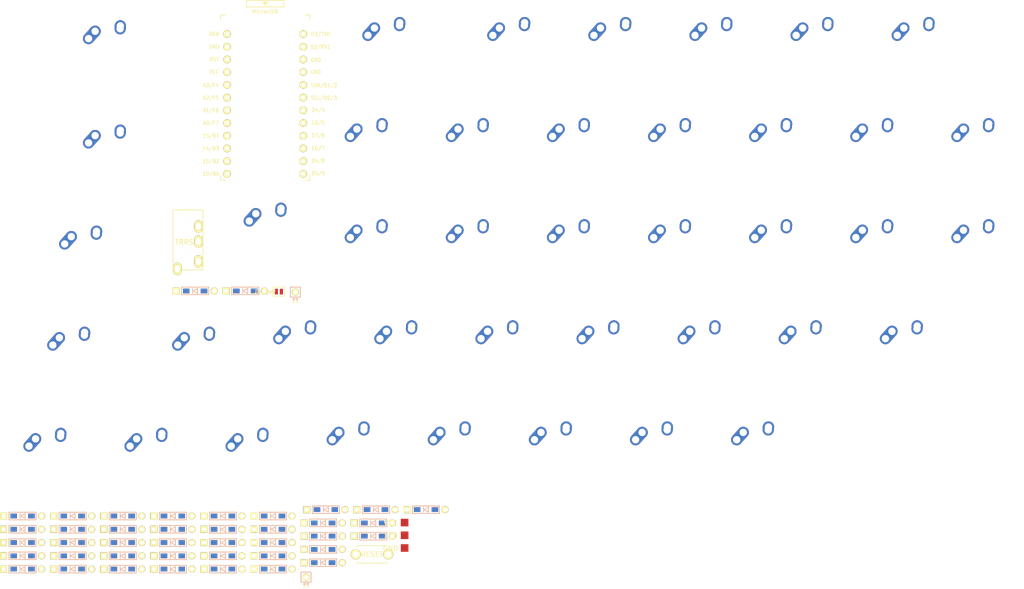
<source format=kicad_pcb>
(kicad_pcb (version 20171130) (host pcbnew "(5.1.5-0-10_14)")
  (layers (0 F.Cu signal) (31 B.Cu signal) (34 B.Paste user) (35 F.Paste user) (36 B.SilkS user) (37 F.SilkS user) (38 B.Mask user) (39 F.Mask user) (44 Edge.Cuts user))
  (net 0 "")
  (net 1 "Net-(D1-Pad2)")
  (net 2 row0)
  (net 3 "Net-(D2-Pad2)")
  (net 4 "Net-(D3-Pad2)")
  (net 5 "Net-(D4-Pad2)")
  (net 6 "Net-(D5-Pad2)")
  (net 7 "Net-(D6-Pad2)")
  (net 8 "Net-(D7-Pad2)")
  (net 9 "Net-(D8-Pad2)")
  (net 10 "Net-(D9-Pad2)")
  (net 11 row1)
  (net 12 "Net-(D10-Pad2)")
  (net 13 "Net-(D11-Pad2)")
  (net 14 "Net-(D12-Pad2)")
  (net 15 "Net-(D13-Pad2)")
  (net 16 "Net-(D14-Pad2)")
  (net 17 "Net-(D15-Pad2)")
  (net 18 "Net-(D16-Pad2)")
  (net 19 "Net-(D17-Pad2)")
  (net 20 "Net-(D18-Pad2)")
  (net 21 "Net-(D19-Pad2)")
  (net 22 row2)
  (net 23 "Net-(D20-Pad2)")
  (net 24 "Net-(D21-Pad2)")
  (net 25 "Net-(D22-Pad2)")
  (net 26 "Net-(D23-Pad2)")
  (net 27 "Net-(D24-Pad2)")
  (net 28 "Net-(D25-Pad2)")
  (net 29 "Net-(D26-Pad2)")
  (net 30 row3)
  (net 31 "Net-(D27-Pad2)")
  (net 32 "Net-(D28-Pad2)")
  (net 33 "Net-(D29-Pad2)")
  (net 34 "Net-(D30-Pad2)")
  (net 35 "Net-(D31-Pad2)")
  (net 36 "Net-(D32-Pad2)")
  (net 37 "Net-(D33-Pad2)")
  (net 38 "Net-(D34-Pad2)")
  (net 39 row4)
  (net 40 "Net-(D35-Pad2)")
  (net 41 "Net-(D36-Pad2)")
  (net 42 "Net-(D37-Pad2)")
  (net 43 "Net-(D38-Pad2)")
  (net 44 "Net-(D39-Pad2)")
  (net 45 "Net-(D40-Pad2)")
  (net 46 "Net-(D41-Pad2)")
  (net 47 "Net-(J1-Pad1)")
  (net 48 "Net-(J2-PadB)")
  (net 49 GND)
  (net 50 VCC)
  (net 51 led)
  (net 52 data)
  (net 53 col0)
  (net 54 col1)
  (net 55 col2)
  (net 56 col3)
  (net 57 col4)
  (net 58 col5)
  (net 59 col6)
  (net 60 col7)
  (net 61 col8)
  (net 62 reset)
  (net 63 "Net-(U1-Pad5)")
  (net 64 "Net-(U1-Pad6)")
  (net 65 "Net-(U1-Pad24)")
  (module kbd:D3_TH_SMD (layer F.Cu) (at 60.5785 265.135001)
    (fp_text reference D1 hide)
    (fp_text value D hide)
    (pad 2 smd rect (at 1.775 0) (size 1.3 0.95) (layers F.Cu F.Paste F.Mask) (net 1 "Net-(D1-Pad2)"))
    (pad 2 thru_hole circle (at 3.81 0) (size 1.397 1.397) (drill 0.8128) (layers *.Cu *.Mask F.SilkS) (net 1 "Net-(D1-Pad2)"))
    (pad 1 thru_hole rect (at -3.81 0) (size 1.397 1.397) (drill 0.8128) (layers *.Cu *.Mask F.SilkS) (net 2 row0))
    (pad 1 smd rect (at -1.775 0) (size 1.3 0.95) (layers B.Cu B.Paste B.Mask) (net 2 row0))
    (pad 2 smd rect (at 1.775 0) (size 1.3 0.95) (layers B.Cu B.Paste B.Mask) (net 1 "Net-(D1-Pad2)"))
    (pad 1 smd rect (at -1.775 0) (size 1.3 0.95) (layers F.Cu F.Paste F.Mask) (net 2 row0))
  )
  (module kbd:D3_TH_SMD (layer F.Cu) (at 26.0985 312.765001)
    (fp_text reference D2 hide)
    (fp_text value D hide)
    (pad 2 smd rect (at 1.775 0) (size 1.3 0.95) (layers F.Cu F.Paste F.Mask) (net 3 "Net-(D2-Pad2)"))
    (pad 2 thru_hole circle (at 3.81 0) (size 1.397 1.397) (drill 0.8128) (layers *.Cu *.Mask F.SilkS) (net 3 "Net-(D2-Pad2)"))
    (pad 1 thru_hole rect (at -3.81 0) (size 1.397 1.397) (drill 0.8128) (layers *.Cu *.Mask F.SilkS) (net 2 row0))
    (pad 1 smd rect (at -1.775 0) (size 1.3 0.95) (layers B.Cu B.Paste B.Mask) (net 2 row0))
    (pad 2 smd rect (at 1.775 0) (size 1.3 0.95) (layers B.Cu B.Paste B.Mask) (net 3 "Net-(D2-Pad2)"))
    (pad 1 smd rect (at -1.775 0) (size 1.3 0.95) (layers F.Cu F.Paste F.Mask) (net 2 row0))
  )
  (module kbd:D3_TH_SMD (layer F.Cu) (at 66.1385 312.765001)
    (fp_text reference D3 hide)
    (fp_text value D hide)
    (pad 2 smd rect (at 1.775 0) (size 1.3 0.95) (layers F.Cu F.Paste F.Mask) (net 4 "Net-(D3-Pad2)"))
    (pad 2 thru_hole circle (at 3.81 0) (size 1.397 1.397) (drill 0.8128) (layers *.Cu *.Mask F.SilkS) (net 4 "Net-(D3-Pad2)"))
    (pad 1 thru_hole rect (at -3.81 0) (size 1.397 1.397) (drill 0.8128) (layers *.Cu *.Mask F.SilkS) (net 2 row0))
    (pad 1 smd rect (at -1.775 0) (size 1.3 0.95) (layers B.Cu B.Paste B.Mask) (net 2 row0))
    (pad 2 smd rect (at 1.775 0) (size 1.3 0.95) (layers B.Cu B.Paste B.Mask) (net 4 "Net-(D3-Pad2)"))
    (pad 1 smd rect (at -1.775 0) (size 1.3 0.95) (layers F.Cu F.Paste F.Mask) (net 2 row0))
  )
  (module kbd:D3_TH_SMD (layer F.Cu) (at 70.5885 265.135001)
    (fp_text reference D4 hide)
    (fp_text value D hide)
    (pad 2 smd rect (at 1.775 0) (size 1.3 0.95) (layers F.Cu F.Paste F.Mask) (net 5 "Net-(D4-Pad2)"))
    (pad 2 thru_hole circle (at 3.81 0) (size 1.397 1.397) (drill 0.8128) (layers *.Cu *.Mask F.SilkS) (net 5 "Net-(D4-Pad2)"))
    (pad 1 thru_hole rect (at -3.81 0) (size 1.397 1.397) (drill 0.8128) (layers *.Cu *.Mask F.SilkS) (net 2 row0))
    (pad 1 smd rect (at -1.775 0) (size 1.3 0.95) (layers B.Cu B.Paste B.Mask) (net 2 row0))
    (pad 2 smd rect (at 1.775 0) (size 1.3 0.95) (layers B.Cu B.Paste B.Mask) (net 5 "Net-(D4-Pad2)"))
    (pad 1 smd rect (at -1.775 0) (size 1.3 0.95) (layers F.Cu F.Paste F.Mask) (net 2 row0))
  )
  (module kbd:D3_TH_SMD (layer F.Cu) (at 96.1685 314.135001)
    (fp_text reference D5 hide)
    (fp_text value D hide)
    (pad 2 smd rect (at 1.775 0) (size 1.3 0.95) (layers F.Cu F.Paste F.Mask) (net 6 "Net-(D5-Pad2)"))
    (pad 2 thru_hole circle (at 3.81 0) (size 1.397 1.397) (drill 0.8128) (layers *.Cu *.Mask F.SilkS) (net 6 "Net-(D5-Pad2)"))
    (pad 1 thru_hole rect (at -3.81 0) (size 1.397 1.397) (drill 0.8128) (layers *.Cu *.Mask F.SilkS) (net 2 row0))
    (pad 1 smd rect (at -1.775 0) (size 1.3 0.95) (layers B.Cu B.Paste B.Mask) (net 2 row0))
    (pad 2 smd rect (at 1.775 0) (size 1.3 0.95) (layers B.Cu B.Paste B.Mask) (net 6 "Net-(D5-Pad2)"))
    (pad 1 smd rect (at -1.775 0) (size 1.3 0.95) (layers F.Cu F.Paste F.Mask) (net 2 row0))
  )
  (module kbd:D3_TH_SMD (layer F.Cu) (at 96.1685 311.485001)
    (fp_text reference D6 hide)
    (fp_text value D hide)
    (pad 2 smd rect (at 1.775 0) (size 1.3 0.95) (layers F.Cu F.Paste F.Mask) (net 7 "Net-(D6-Pad2)"))
    (pad 2 thru_hole circle (at 3.81 0) (size 1.397 1.397) (drill 0.8128) (layers *.Cu *.Mask F.SilkS) (net 7 "Net-(D6-Pad2)"))
    (pad 1 thru_hole rect (at -3.81 0) (size 1.397 1.397) (drill 0.8128) (layers *.Cu *.Mask F.SilkS) (net 2 row0))
    (pad 1 smd rect (at -1.775 0) (size 1.3 0.95) (layers B.Cu B.Paste B.Mask) (net 2 row0))
    (pad 2 smd rect (at 1.775 0) (size 1.3 0.95) (layers B.Cu B.Paste B.Mask) (net 7 "Net-(D6-Pad2)"))
    (pad 1 smd rect (at -1.775 0) (size 1.3 0.95) (layers F.Cu F.Paste F.Mask) (net 2 row0))
  )
  (module kbd:D3_TH_SMD (layer F.Cu) (at 106.7185 308.835001)
    (fp_text reference D7 hide)
    (fp_text value D hide)
    (pad 2 smd rect (at 1.775 0) (size 1.3 0.95) (layers F.Cu F.Paste F.Mask) (net 8 "Net-(D7-Pad2)"))
    (pad 2 thru_hole circle (at 3.81 0) (size 1.397 1.397) (drill 0.8128) (layers *.Cu *.Mask F.SilkS) (net 8 "Net-(D7-Pad2)"))
    (pad 1 thru_hole rect (at -3.81 0) (size 1.397 1.397) (drill 0.8128) (layers *.Cu *.Mask F.SilkS) (net 2 row0))
    (pad 1 smd rect (at -1.775 0) (size 1.3 0.95) (layers B.Cu B.Paste B.Mask) (net 2 row0))
    (pad 2 smd rect (at 1.775 0) (size 1.3 0.95) (layers B.Cu B.Paste B.Mask) (net 8 "Net-(D7-Pad2)"))
    (pad 1 smd rect (at -1.775 0) (size 1.3 0.95) (layers F.Cu F.Paste F.Mask) (net 2 row0))
  )
  (module kbd:D3_TH_SMD (layer F.Cu) (at 96.7085 308.835001)
    (fp_text reference D8 hide)
    (fp_text value D hide)
    (pad 1 smd rect (at -1.775 0) (size 1.3 0.95) (layers F.Cu F.Paste F.Mask) (net 2 row0))
    (pad 2 smd rect (at 1.775 0) (size 1.3 0.95) (layers B.Cu B.Paste B.Mask) (net 9 "Net-(D8-Pad2)"))
    (pad 1 smd rect (at -1.775 0) (size 1.3 0.95) (layers B.Cu B.Paste B.Mask) (net 2 row0))
    (pad 1 thru_hole rect (at -3.81 0) (size 1.397 1.397) (drill 0.8128) (layers *.Cu *.Mask F.SilkS) (net 2 row0))
    (pad 2 thru_hole circle (at 3.81 0) (size 1.397 1.397) (drill 0.8128) (layers *.Cu *.Mask F.SilkS) (net 9 "Net-(D8-Pad2)"))
    (pad 2 smd rect (at 1.775 0) (size 1.3 0.95) (layers F.Cu F.Paste F.Mask) (net 9 "Net-(D8-Pad2)"))
  )
  (module kbd:D3_TH_SMD (layer F.Cu) (at 86.1585 319.435001)
    (fp_text reference D9 hide)
    (fp_text value D hide)
    (pad 1 smd rect (at -1.775 0) (size 1.3 0.95) (layers F.Cu F.Paste F.Mask) (net 2 row0))
    (pad 2 smd rect (at 1.775 0) (size 1.3 0.95) (layers B.Cu B.Paste B.Mask) (net 10 "Net-(D9-Pad2)"))
    (pad 1 smd rect (at -1.775 0) (size 1.3 0.95) (layers B.Cu B.Paste B.Mask) (net 2 row0))
    (pad 1 thru_hole rect (at -3.81 0) (size 1.397 1.397) (drill 0.8128) (layers *.Cu *.Mask F.SilkS) (net 2 row0))
    (pad 2 thru_hole circle (at 3.81 0) (size 1.397 1.397) (drill 0.8128) (layers *.Cu *.Mask F.SilkS) (net 10 "Net-(D9-Pad2)"))
    (pad 2 smd rect (at 1.775 0) (size 1.3 0.95) (layers F.Cu F.Paste F.Mask) (net 10 "Net-(D9-Pad2)"))
  )
  (module kbd:D3_TH_SMD (layer F.Cu) (at 86.1585 316.785001)
    (fp_text reference D10 hide)
    (fp_text value D hide)
    (pad 1 smd rect (at -1.775 0) (size 1.3 0.95) (layers F.Cu F.Paste F.Mask) (net 11 row1))
    (pad 2 smd rect (at 1.775 0) (size 1.3 0.95) (layers B.Cu B.Paste B.Mask) (net 12 "Net-(D10-Pad2)"))
    (pad 1 smd rect (at -1.775 0) (size 1.3 0.95) (layers B.Cu B.Paste B.Mask) (net 11 row1))
    (pad 1 thru_hole rect (at -3.81 0) (size 1.397 1.397) (drill 0.8128) (layers *.Cu *.Mask F.SilkS) (net 11 row1))
    (pad 2 thru_hole circle (at 3.81 0) (size 1.397 1.397) (drill 0.8128) (layers *.Cu *.Mask F.SilkS) (net 12 "Net-(D10-Pad2)"))
    (pad 2 smd rect (at 1.775 0) (size 1.3 0.95) (layers F.Cu F.Paste F.Mask) (net 12 "Net-(D10-Pad2)"))
  )
  (module kbd:D3_TH_SMD (layer F.Cu) (at 86.1585 314.135001)
    (fp_text reference D11 hide)
    (fp_text value D hide)
    (pad 1 smd rect (at -1.775 0) (size 1.3 0.95) (layers F.Cu F.Paste F.Mask) (net 11 row1))
    (pad 2 smd rect (at 1.775 0) (size 1.3 0.95) (layers B.Cu B.Paste B.Mask) (net 13 "Net-(D11-Pad2)"))
    (pad 1 smd rect (at -1.775 0) (size 1.3 0.95) (layers B.Cu B.Paste B.Mask) (net 11 row1))
    (pad 1 thru_hole rect (at -3.81 0) (size 1.397 1.397) (drill 0.8128) (layers *.Cu *.Mask F.SilkS) (net 11 row1))
    (pad 2 thru_hole circle (at 3.81 0) (size 1.397 1.397) (drill 0.8128) (layers *.Cu *.Mask F.SilkS) (net 13 "Net-(D11-Pad2)"))
    (pad 2 smd rect (at 1.775 0) (size 1.3 0.95) (layers F.Cu F.Paste F.Mask) (net 13 "Net-(D11-Pad2)"))
  )
  (module kbd:D3_TH_SMD (layer F.Cu) (at 86.1585 311.485001)
    (fp_text reference D12 hide)
    (fp_text value D hide)
    (pad 1 smd rect (at -1.775 0) (size 1.3 0.95) (layers F.Cu F.Paste F.Mask) (net 11 row1))
    (pad 2 smd rect (at 1.775 0) (size 1.3 0.95) (layers B.Cu B.Paste B.Mask) (net 14 "Net-(D12-Pad2)"))
    (pad 1 smd rect (at -1.775 0) (size 1.3 0.95) (layers B.Cu B.Paste B.Mask) (net 11 row1))
    (pad 1 thru_hole rect (at -3.81 0) (size 1.397 1.397) (drill 0.8128) (layers *.Cu *.Mask F.SilkS) (net 11 row1))
    (pad 2 thru_hole circle (at 3.81 0) (size 1.397 1.397) (drill 0.8128) (layers *.Cu *.Mask F.SilkS) (net 14 "Net-(D12-Pad2)"))
    (pad 2 smd rect (at 1.775 0) (size 1.3 0.95) (layers F.Cu F.Paste F.Mask) (net 14 "Net-(D12-Pad2)"))
  )
  (module kbd:D3_TH_SMD (layer F.Cu) (at 76.1485 320.715001)
    (fp_text reference D13 hide)
    (fp_text value D hide)
    (pad 1 smd rect (at -1.775 0) (size 1.3 0.95) (layers F.Cu F.Paste F.Mask) (net 11 row1))
    (pad 2 smd rect (at 1.775 0) (size 1.3 0.95) (layers B.Cu B.Paste B.Mask) (net 15 "Net-(D13-Pad2)"))
    (pad 1 smd rect (at -1.775 0) (size 1.3 0.95) (layers B.Cu B.Paste B.Mask) (net 11 row1))
    (pad 1 thru_hole rect (at -3.81 0) (size 1.397 1.397) (drill 0.8128) (layers *.Cu *.Mask F.SilkS) (net 11 row1))
    (pad 2 thru_hole circle (at 3.81 0) (size 1.397 1.397) (drill 0.8128) (layers *.Cu *.Mask F.SilkS) (net 15 "Net-(D13-Pad2)"))
    (pad 2 smd rect (at 1.775 0) (size 1.3 0.95) (layers F.Cu F.Paste F.Mask) (net 15 "Net-(D13-Pad2)"))
  )
  (module kbd:D3_TH_SMD (layer F.Cu) (at 76.1485 318.065001)
    (fp_text reference D14 hide)
    (fp_text value D hide)
    (pad 1 smd rect (at -1.775 0) (size 1.3 0.95) (layers F.Cu F.Paste F.Mask) (net 11 row1))
    (pad 2 smd rect (at 1.775 0) (size 1.3 0.95) (layers B.Cu B.Paste B.Mask) (net 16 "Net-(D14-Pad2)"))
    (pad 1 smd rect (at -1.775 0) (size 1.3 0.95) (layers B.Cu B.Paste B.Mask) (net 11 row1))
    (pad 1 thru_hole rect (at -3.81 0) (size 1.397 1.397) (drill 0.8128) (layers *.Cu *.Mask F.SilkS) (net 11 row1))
    (pad 2 thru_hole circle (at 3.81 0) (size 1.397 1.397) (drill 0.8128) (layers *.Cu *.Mask F.SilkS) (net 16 "Net-(D14-Pad2)"))
    (pad 2 smd rect (at 1.775 0) (size 1.3 0.95) (layers F.Cu F.Paste F.Mask) (net 16 "Net-(D14-Pad2)"))
  )
  (module kbd:D3_TH_SMD (layer F.Cu) (at 76.1485 315.415001)
    (fp_text reference D15 hide)
    (fp_text value D hide)
    (pad 1 smd rect (at -1.775 0) (size 1.3 0.95) (layers F.Cu F.Paste F.Mask) (net 11 row1))
    (pad 2 smd rect (at 1.775 0) (size 1.3 0.95) (layers B.Cu B.Paste B.Mask) (net 17 "Net-(D15-Pad2)"))
    (pad 1 smd rect (at -1.775 0) (size 1.3 0.95) (layers B.Cu B.Paste B.Mask) (net 11 row1))
    (pad 1 thru_hole rect (at -3.81 0) (size 1.397 1.397) (drill 0.8128) (layers *.Cu *.Mask F.SilkS) (net 11 row1))
    (pad 2 thru_hole circle (at 3.81 0) (size 1.397 1.397) (drill 0.8128) (layers *.Cu *.Mask F.SilkS) (net 17 "Net-(D15-Pad2)"))
    (pad 2 smd rect (at 1.775 0) (size 1.3 0.95) (layers F.Cu F.Paste F.Mask) (net 17 "Net-(D15-Pad2)"))
  )
  (module kbd:D3_TH_SMD (layer F.Cu) (at 76.1485 312.765001)
    (fp_text reference D16 hide)
    (fp_text value D hide)
    (pad 1 smd rect (at -1.775 0) (size 1.3 0.95) (layers F.Cu F.Paste F.Mask) (net 11 row1))
    (pad 2 smd rect (at 1.775 0) (size 1.3 0.95) (layers B.Cu B.Paste B.Mask) (net 18 "Net-(D16-Pad2)"))
    (pad 1 smd rect (at -1.775 0) (size 1.3 0.95) (layers B.Cu B.Paste B.Mask) (net 11 row1))
    (pad 1 thru_hole rect (at -3.81 0) (size 1.397 1.397) (drill 0.8128) (layers *.Cu *.Mask F.SilkS) (net 11 row1))
    (pad 2 thru_hole circle (at 3.81 0) (size 1.397 1.397) (drill 0.8128) (layers *.Cu *.Mask F.SilkS) (net 18 "Net-(D16-Pad2)"))
    (pad 2 smd rect (at 1.775 0) (size 1.3 0.95) (layers F.Cu F.Paste F.Mask) (net 18 "Net-(D16-Pad2)"))
  )
  (module kbd:D3_TH_SMD (layer F.Cu) (at 86.6985 308.835001)
    (fp_text reference D17 hide)
    (fp_text value D hide)
    (pad 1 smd rect (at -1.775 0) (size 1.3 0.95) (layers F.Cu F.Paste F.Mask) (net 11 row1))
    (pad 2 smd rect (at 1.775 0) (size 1.3 0.95) (layers B.Cu B.Paste B.Mask) (net 19 "Net-(D17-Pad2)"))
    (pad 1 smd rect (at -1.775 0) (size 1.3 0.95) (layers B.Cu B.Paste B.Mask) (net 11 row1))
    (pad 1 thru_hole rect (at -3.81 0) (size 1.397 1.397) (drill 0.8128) (layers *.Cu *.Mask F.SilkS) (net 11 row1))
    (pad 2 thru_hole circle (at 3.81 0) (size 1.397 1.397) (drill 0.8128) (layers *.Cu *.Mask F.SilkS) (net 19 "Net-(D17-Pad2)"))
    (pad 2 smd rect (at 1.775 0) (size 1.3 0.95) (layers F.Cu F.Paste F.Mask) (net 19 "Net-(D17-Pad2)"))
  )
  (module kbd:D3_TH_SMD (layer F.Cu) (at 76.1485 310.115001)
    (fp_text reference D18 hide)
    (fp_text value D hide)
    (pad 1 smd rect (at -1.775 0) (size 1.3 0.95) (layers F.Cu F.Paste F.Mask) (net 11 row1))
    (pad 2 smd rect (at 1.775 0) (size 1.3 0.95) (layers B.Cu B.Paste B.Mask) (net 20 "Net-(D18-Pad2)"))
    (pad 1 smd rect (at -1.775 0) (size 1.3 0.95) (layers B.Cu B.Paste B.Mask) (net 11 row1))
    (pad 1 thru_hole rect (at -3.81 0) (size 1.397 1.397) (drill 0.8128) (layers *.Cu *.Mask F.SilkS) (net 11 row1))
    (pad 2 thru_hole circle (at 3.81 0) (size 1.397 1.397) (drill 0.8128) (layers *.Cu *.Mask F.SilkS) (net 20 "Net-(D18-Pad2)"))
    (pad 2 smd rect (at 1.775 0) (size 1.3 0.95) (layers F.Cu F.Paste F.Mask) (net 20 "Net-(D18-Pad2)"))
  )
  (module kbd:D3_TH_SMD (layer F.Cu) (at 66.1385 320.715001)
    (fp_text reference D19 hide)
    (fp_text value D hide)
    (pad 2 smd rect (at 1.775 0) (size 1.3 0.95) (layers F.Cu F.Paste F.Mask) (net 21 "Net-(D19-Pad2)"))
    (pad 2 thru_hole circle (at 3.81 0) (size 1.397 1.397) (drill 0.8128) (layers *.Cu *.Mask F.SilkS) (net 21 "Net-(D19-Pad2)"))
    (pad 1 thru_hole rect (at -3.81 0) (size 1.397 1.397) (drill 0.8128) (layers *.Cu *.Mask F.SilkS) (net 22 row2))
    (pad 1 smd rect (at -1.775 0) (size 1.3 0.95) (layers B.Cu B.Paste B.Mask) (net 22 row2))
    (pad 2 smd rect (at 1.775 0) (size 1.3 0.95) (layers B.Cu B.Paste B.Mask) (net 21 "Net-(D19-Pad2)"))
    (pad 1 smd rect (at -1.775 0) (size 1.3 0.95) (layers F.Cu F.Paste F.Mask) (net 22 row2))
  )
  (module kbd:D3_TH_SMD (layer F.Cu) (at 66.1385 318.065001)
    (fp_text reference D20 hide)
    (fp_text value D hide)
    (pad 2 smd rect (at 1.775 0) (size 1.3 0.95) (layers F.Cu F.Paste F.Mask) (net 23 "Net-(D20-Pad2)"))
    (pad 2 thru_hole circle (at 3.81 0) (size 1.397 1.397) (drill 0.8128) (layers *.Cu *.Mask F.SilkS) (net 23 "Net-(D20-Pad2)"))
    (pad 1 thru_hole rect (at -3.81 0) (size 1.397 1.397) (drill 0.8128) (layers *.Cu *.Mask F.SilkS) (net 22 row2))
    (pad 1 smd rect (at -1.775 0) (size 1.3 0.95) (layers B.Cu B.Paste B.Mask) (net 22 row2))
    (pad 2 smd rect (at 1.775 0) (size 1.3 0.95) (layers B.Cu B.Paste B.Mask) (net 23 "Net-(D20-Pad2)"))
    (pad 1 smd rect (at -1.775 0) (size 1.3 0.95) (layers F.Cu F.Paste F.Mask) (net 22 row2))
  )
  (module kbd:D3_TH_SMD (layer F.Cu) (at 66.1385 315.415001)
    (fp_text reference D21 hide)
    (fp_text value D hide)
    (pad 2 smd rect (at 1.775 0) (size 1.3 0.95) (layers F.Cu F.Paste F.Mask) (net 24 "Net-(D21-Pad2)"))
    (pad 2 thru_hole circle (at 3.81 0) (size 1.397 1.397) (drill 0.8128) (layers *.Cu *.Mask F.SilkS) (net 24 "Net-(D21-Pad2)"))
    (pad 1 thru_hole rect (at -3.81 0) (size 1.397 1.397) (drill 0.8128) (layers *.Cu *.Mask F.SilkS) (net 22 row2))
    (pad 1 smd rect (at -1.775 0) (size 1.3 0.95) (layers B.Cu B.Paste B.Mask) (net 22 row2))
    (pad 2 smd rect (at 1.775 0) (size 1.3 0.95) (layers B.Cu B.Paste B.Mask) (net 24 "Net-(D21-Pad2)"))
    (pad 1 smd rect (at -1.775 0) (size 1.3 0.95) (layers F.Cu F.Paste F.Mask) (net 22 row2))
  )
  (module kbd:D3_TH_SMD (layer F.Cu) (at 26.0985 310.115001)
    (fp_text reference D22 hide)
    (fp_text value D hide)
    (pad 2 smd rect (at 1.775 0) (size 1.3 0.95) (layers F.Cu F.Paste F.Mask) (net 25 "Net-(D22-Pad2)"))
    (pad 2 thru_hole circle (at 3.81 0) (size 1.397 1.397) (drill 0.8128) (layers *.Cu *.Mask F.SilkS) (net 25 "Net-(D22-Pad2)"))
    (pad 1 thru_hole rect (at -3.81 0) (size 1.397 1.397) (drill 0.8128) (layers *.Cu *.Mask F.SilkS) (net 22 row2))
    (pad 1 smd rect (at -1.775 0) (size 1.3 0.95) (layers B.Cu B.Paste B.Mask) (net 22 row2))
    (pad 2 smd rect (at 1.775 0) (size 1.3 0.95) (layers B.Cu B.Paste B.Mask) (net 25 "Net-(D22-Pad2)"))
    (pad 1 smd rect (at -1.775 0) (size 1.3 0.95) (layers F.Cu F.Paste F.Mask) (net 22 row2))
  )
  (module kbd:D3_TH_SMD (layer F.Cu) (at 56.1285 320.715001)
    (fp_text reference D23 hide)
    (fp_text value D hide)
    (pad 2 smd rect (at 1.775 0) (size 1.3 0.95) (layers F.Cu F.Paste F.Mask) (net 26 "Net-(D23-Pad2)"))
    (pad 2 thru_hole circle (at 3.81 0) (size 1.397 1.397) (drill 0.8128) (layers *.Cu *.Mask F.SilkS) (net 26 "Net-(D23-Pad2)"))
    (pad 1 thru_hole rect (at -3.81 0) (size 1.397 1.397) (drill 0.8128) (layers *.Cu *.Mask F.SilkS) (net 22 row2))
    (pad 1 smd rect (at -1.775 0) (size 1.3 0.95) (layers B.Cu B.Paste B.Mask) (net 22 row2))
    (pad 2 smd rect (at 1.775 0) (size 1.3 0.95) (layers B.Cu B.Paste B.Mask) (net 26 "Net-(D23-Pad2)"))
    (pad 1 smd rect (at -1.775 0) (size 1.3 0.95) (layers F.Cu F.Paste F.Mask) (net 22 row2))
  )
  (module kbd:D3_TH_SMD (layer F.Cu) (at 56.1285 318.065001)
    (fp_text reference D24 hide)
    (fp_text value D hide)
    (pad 2 smd rect (at 1.775 0) (size 1.3 0.95) (layers F.Cu F.Paste F.Mask) (net 27 "Net-(D24-Pad2)"))
    (pad 2 thru_hole circle (at 3.81 0) (size 1.397 1.397) (drill 0.8128) (layers *.Cu *.Mask F.SilkS) (net 27 "Net-(D24-Pad2)"))
    (pad 1 thru_hole rect (at -3.81 0) (size 1.397 1.397) (drill 0.8128) (layers *.Cu *.Mask F.SilkS) (net 22 row2))
    (pad 1 smd rect (at -1.775 0) (size 1.3 0.95) (layers B.Cu B.Paste B.Mask) (net 22 row2))
    (pad 2 smd rect (at 1.775 0) (size 1.3 0.95) (layers B.Cu B.Paste B.Mask) (net 27 "Net-(D24-Pad2)"))
    (pad 1 smd rect (at -1.775 0) (size 1.3 0.95) (layers F.Cu F.Paste F.Mask) (net 22 row2))
  )
  (module kbd:D3_TH_SMD (layer F.Cu) (at 56.1285 315.415001)
    (fp_text reference D25 hide)
    (fp_text value D hide)
    (pad 2 smd rect (at 1.775 0) (size 1.3 0.95) (layers F.Cu F.Paste F.Mask) (net 28 "Net-(D25-Pad2)"))
    (pad 2 thru_hole circle (at 3.81 0) (size 1.397 1.397) (drill 0.8128) (layers *.Cu *.Mask F.SilkS) (net 28 "Net-(D25-Pad2)"))
    (pad 1 thru_hole rect (at -3.81 0) (size 1.397 1.397) (drill 0.8128) (layers *.Cu *.Mask F.SilkS) (net 22 row2))
    (pad 1 smd rect (at -1.775 0) (size 1.3 0.95) (layers B.Cu B.Paste B.Mask) (net 22 row2))
    (pad 2 smd rect (at 1.775 0) (size 1.3 0.95) (layers B.Cu B.Paste B.Mask) (net 28 "Net-(D25-Pad2)"))
    (pad 1 smd rect (at -1.775 0) (size 1.3 0.95) (layers F.Cu F.Paste F.Mask) (net 22 row2))
  )
  (module kbd:D3_TH_SMD (layer F.Cu) (at 56.1285 312.765001)
    (fp_text reference D26 hide)
    (fp_text value D hide)
    (pad 2 smd rect (at 1.775 0) (size 1.3 0.95) (layers F.Cu F.Paste F.Mask) (net 29 "Net-(D26-Pad2)"))
    (pad 2 thru_hole circle (at 3.81 0) (size 1.397 1.397) (drill 0.8128) (layers *.Cu *.Mask F.SilkS) (net 29 "Net-(D26-Pad2)"))
    (pad 1 thru_hole rect (at -3.81 0) (size 1.397 1.397) (drill 0.8128) (layers *.Cu *.Mask F.SilkS) (net 22 row2))
    (pad 1 smd rect (at -1.775 0) (size 1.3 0.95) (layers B.Cu B.Paste B.Mask) (net 22 row2))
    (pad 2 smd rect (at 1.775 0) (size 1.3 0.95) (layers B.Cu B.Paste B.Mask) (net 29 "Net-(D26-Pad2)"))
    (pad 1 smd rect (at -1.775 0) (size 1.3 0.95) (layers F.Cu F.Paste F.Mask) (net 22 row2))
  )
  (module kbd:D3_TH_SMD (layer F.Cu) (at 66.1385 310.115001)
    (fp_text reference D27 hide)
    (fp_text value D hide)
    (pad 1 smd rect (at -1.775 0) (size 1.3 0.95) (layers F.Cu F.Paste F.Mask) (net 30 row3))
    (pad 2 smd rect (at 1.775 0) (size 1.3 0.95) (layers B.Cu B.Paste B.Mask) (net 31 "Net-(D27-Pad2)"))
    (pad 1 smd rect (at -1.775 0) (size 1.3 0.95) (layers B.Cu B.Paste B.Mask) (net 30 row3))
    (pad 1 thru_hole rect (at -3.81 0) (size 1.397 1.397) (drill 0.8128) (layers *.Cu *.Mask F.SilkS) (net 30 row3))
    (pad 2 thru_hole circle (at 3.81 0) (size 1.397 1.397) (drill 0.8128) (layers *.Cu *.Mask F.SilkS) (net 31 "Net-(D27-Pad2)"))
    (pad 2 smd rect (at 1.775 0) (size 1.3 0.95) (layers F.Cu F.Paste F.Mask) (net 31 "Net-(D27-Pad2)"))
  )
  (module kbd:D3_TH_SMD (layer F.Cu) (at 56.1285 310.115001)
    (fp_text reference D28 hide)
    (fp_text value D hide)
    (pad 1 smd rect (at -1.775 0) (size 1.3 0.95) (layers F.Cu F.Paste F.Mask) (net 30 row3))
    (pad 2 smd rect (at 1.775 0) (size 1.3 0.95) (layers B.Cu B.Paste B.Mask) (net 32 "Net-(D28-Pad2)"))
    (pad 1 smd rect (at -1.775 0) (size 1.3 0.95) (layers B.Cu B.Paste B.Mask) (net 30 row3))
    (pad 1 thru_hole rect (at -3.81 0) (size 1.397 1.397) (drill 0.8128) (layers *.Cu *.Mask F.SilkS) (net 30 row3))
    (pad 2 thru_hole circle (at 3.81 0) (size 1.397 1.397) (drill 0.8128) (layers *.Cu *.Mask F.SilkS) (net 32 "Net-(D28-Pad2)"))
    (pad 2 smd rect (at 1.775 0) (size 1.3 0.95) (layers F.Cu F.Paste F.Mask) (net 32 "Net-(D28-Pad2)"))
  )
  (module kbd:D3_TH_SMD (layer F.Cu) (at 46.1185 320.715001)
    (fp_text reference D29 hide)
    (fp_text value D hide)
    (pad 1 smd rect (at -1.775 0) (size 1.3 0.95) (layers F.Cu F.Paste F.Mask) (net 30 row3))
    (pad 2 smd rect (at 1.775 0) (size 1.3 0.95) (layers B.Cu B.Paste B.Mask) (net 33 "Net-(D29-Pad2)"))
    (pad 1 smd rect (at -1.775 0) (size 1.3 0.95) (layers B.Cu B.Paste B.Mask) (net 30 row3))
    (pad 1 thru_hole rect (at -3.81 0) (size 1.397 1.397) (drill 0.8128) (layers *.Cu *.Mask F.SilkS) (net 30 row3))
    (pad 2 thru_hole circle (at 3.81 0) (size 1.397 1.397) (drill 0.8128) (layers *.Cu *.Mask F.SilkS) (net 33 "Net-(D29-Pad2)"))
    (pad 2 smd rect (at 1.775 0) (size 1.3 0.95) (layers F.Cu F.Paste F.Mask) (net 33 "Net-(D29-Pad2)"))
  )
  (module kbd:D3_TH_SMD (layer F.Cu) (at 46.1185 318.065001)
    (fp_text reference D30 hide)
    (fp_text value D hide)
    (pad 2 smd rect (at 1.775 0) (size 1.3 0.95) (layers F.Cu F.Paste F.Mask) (net 34 "Net-(D30-Pad2)"))
    (pad 2 thru_hole circle (at 3.81 0) (size 1.397 1.397) (drill 0.8128) (layers *.Cu *.Mask F.SilkS) (net 34 "Net-(D30-Pad2)"))
    (pad 1 thru_hole rect (at -3.81 0) (size 1.397 1.397) (drill 0.8128) (layers *.Cu *.Mask F.SilkS) (net 30 row3))
    (pad 1 smd rect (at -1.775 0) (size 1.3 0.95) (layers B.Cu B.Paste B.Mask) (net 30 row3))
    (pad 2 smd rect (at 1.775 0) (size 1.3 0.95) (layers B.Cu B.Paste B.Mask) (net 34 "Net-(D30-Pad2)"))
    (pad 1 smd rect (at -1.775 0) (size 1.3 0.95) (layers F.Cu F.Paste F.Mask) (net 30 row3))
  )
  (module kbd:D3_TH_SMD (layer F.Cu) (at 46.1185 315.415001)
    (fp_text reference D31 hide)
    (fp_text value D hide)
    (pad 1 smd rect (at -1.775 0) (size 1.3 0.95) (layers F.Cu F.Paste F.Mask) (net 30 row3))
    (pad 2 smd rect (at 1.775 0) (size 1.3 0.95) (layers B.Cu B.Paste B.Mask) (net 35 "Net-(D31-Pad2)"))
    (pad 1 smd rect (at -1.775 0) (size 1.3 0.95) (layers B.Cu B.Paste B.Mask) (net 30 row3))
    (pad 1 thru_hole rect (at -3.81 0) (size 1.397 1.397) (drill 0.8128) (layers *.Cu *.Mask F.SilkS) (net 30 row3))
    (pad 2 thru_hole circle (at 3.81 0) (size 1.397 1.397) (drill 0.8128) (layers *.Cu *.Mask F.SilkS) (net 35 "Net-(D31-Pad2)"))
    (pad 2 smd rect (at 1.775 0) (size 1.3 0.95) (layers F.Cu F.Paste F.Mask) (net 35 "Net-(D31-Pad2)"))
  )
  (module kbd:D3_TH_SMD (layer F.Cu) (at 46.1185 312.765001)
    (fp_text reference D32 hide)
    (fp_text value D hide)
    (pad 2 smd rect (at 1.775 0) (size 1.3 0.95) (layers F.Cu F.Paste F.Mask) (net 36 "Net-(D32-Pad2)"))
    (pad 2 thru_hole circle (at 3.81 0) (size 1.397 1.397) (drill 0.8128) (layers *.Cu *.Mask F.SilkS) (net 36 "Net-(D32-Pad2)"))
    (pad 1 thru_hole rect (at -3.81 0) (size 1.397 1.397) (drill 0.8128) (layers *.Cu *.Mask F.SilkS) (net 30 row3))
    (pad 1 smd rect (at -1.775 0) (size 1.3 0.95) (layers B.Cu B.Paste B.Mask) (net 30 row3))
    (pad 2 smd rect (at 1.775 0) (size 1.3 0.95) (layers B.Cu B.Paste B.Mask) (net 36 "Net-(D32-Pad2)"))
    (pad 1 smd rect (at -1.775 0) (size 1.3 0.95) (layers F.Cu F.Paste F.Mask) (net 30 row3))
  )
  (module kbd:D3_TH_SMD (layer F.Cu) (at 36.1085 320.715001)
    (fp_text reference D33 hide)
    (fp_text value D hide)
    (pad 2 smd rect (at 1.775 0) (size 1.3 0.95) (layers F.Cu F.Paste F.Mask) (net 37 "Net-(D33-Pad2)"))
    (pad 2 thru_hole circle (at 3.81 0) (size 1.397 1.397) (drill 0.8128) (layers *.Cu *.Mask F.SilkS) (net 37 "Net-(D33-Pad2)"))
    (pad 1 thru_hole rect (at -3.81 0) (size 1.397 1.397) (drill 0.8128) (layers *.Cu *.Mask F.SilkS) (net 30 row3))
    (pad 1 smd rect (at -1.775 0) (size 1.3 0.95) (layers B.Cu B.Paste B.Mask) (net 30 row3))
    (pad 2 smd rect (at 1.775 0) (size 1.3 0.95) (layers B.Cu B.Paste B.Mask) (net 37 "Net-(D33-Pad2)"))
    (pad 1 smd rect (at -1.775 0) (size 1.3 0.95) (layers F.Cu F.Paste F.Mask) (net 30 row3))
  )
  (module kbd:D3_TH_SMD (layer F.Cu) (at 26.0985 320.715001)
    (fp_text reference D34 hide)
    (fp_text value D hide)
    (pad 2 smd rect (at 1.775 0) (size 1.3 0.95) (layers F.Cu F.Paste F.Mask) (net 38 "Net-(D34-Pad2)"))
    (pad 2 thru_hole circle (at 3.81 0) (size 1.397 1.397) (drill 0.8128) (layers *.Cu *.Mask F.SilkS) (net 38 "Net-(D34-Pad2)"))
    (pad 1 thru_hole rect (at -3.81 0) (size 1.397 1.397) (drill 0.8128) (layers *.Cu *.Mask F.SilkS) (net 30 row3))
    (pad 1 smd rect (at -1.775 0) (size 1.3 0.95) (layers B.Cu B.Paste B.Mask) (net 30 row3))
    (pad 2 smd rect (at 1.775 0) (size 1.3 0.95) (layers B.Cu B.Paste B.Mask) (net 38 "Net-(D34-Pad2)"))
    (pad 1 smd rect (at -1.775 0) (size 1.3 0.95) (layers F.Cu F.Paste F.Mask) (net 30 row3))
  )
  (module kbd:D3_TH_SMD (layer F.Cu) (at 36.1085 318.065001)
    (fp_text reference D35 hide)
    (fp_text value D hide)
    (pad 1 smd rect (at -1.775 0) (size 1.3 0.95) (layers F.Cu F.Paste F.Mask) (net 39 row4))
    (pad 2 smd rect (at 1.775 0) (size 1.3 0.95) (layers B.Cu B.Paste B.Mask) (net 40 "Net-(D35-Pad2)"))
    (pad 1 smd rect (at -1.775 0) (size 1.3 0.95) (layers B.Cu B.Paste B.Mask) (net 39 row4))
    (pad 1 thru_hole rect (at -3.81 0) (size 1.397 1.397) (drill 0.8128) (layers *.Cu *.Mask F.SilkS) (net 39 row4))
    (pad 2 thru_hole circle (at 3.81 0) (size 1.397 1.397) (drill 0.8128) (layers *.Cu *.Mask F.SilkS) (net 40 "Net-(D35-Pad2)"))
    (pad 2 smd rect (at 1.775 0) (size 1.3 0.95) (layers F.Cu F.Paste F.Mask) (net 40 "Net-(D35-Pad2)"))
  )
  (module kbd:D3_TH_SMD (layer F.Cu) (at 36.1085 315.415001)
    (fp_text reference D36 hide)
    (fp_text value D hide)
    (pad 1 smd rect (at -1.775 0) (size 1.3 0.95) (layers F.Cu F.Paste F.Mask) (net 39 row4))
    (pad 2 smd rect (at 1.775 0) (size 1.3 0.95) (layers B.Cu B.Paste B.Mask) (net 41 "Net-(D36-Pad2)"))
    (pad 1 smd rect (at -1.775 0) (size 1.3 0.95) (layers B.Cu B.Paste B.Mask) (net 39 row4))
    (pad 1 thru_hole rect (at -3.81 0) (size 1.397 1.397) (drill 0.8128) (layers *.Cu *.Mask F.SilkS) (net 39 row4))
    (pad 2 thru_hole circle (at 3.81 0) (size 1.397 1.397) (drill 0.8128) (layers *.Cu *.Mask F.SilkS) (net 41 "Net-(D36-Pad2)"))
    (pad 2 smd rect (at 1.775 0) (size 1.3 0.95) (layers F.Cu F.Paste F.Mask) (net 41 "Net-(D36-Pad2)"))
  )
  (module kbd:D3_TH_SMD (layer F.Cu) (at 36.1085 312.765001)
    (fp_text reference D37 hide)
    (fp_text value D hide)
    (pad 1 smd rect (at -1.775 0) (size 1.3 0.95) (layers F.Cu F.Paste F.Mask) (net 39 row4))
    (pad 2 smd rect (at 1.775 0) (size 1.3 0.95) (layers B.Cu B.Paste B.Mask) (net 42 "Net-(D37-Pad2)"))
    (pad 1 smd rect (at -1.775 0) (size 1.3 0.95) (layers B.Cu B.Paste B.Mask) (net 39 row4))
    (pad 1 thru_hole rect (at -3.81 0) (size 1.397 1.397) (drill 0.8128) (layers *.Cu *.Mask F.SilkS) (net 39 row4))
    (pad 2 thru_hole circle (at 3.81 0) (size 1.397 1.397) (drill 0.8128) (layers *.Cu *.Mask F.SilkS) (net 42 "Net-(D37-Pad2)"))
    (pad 2 smd rect (at 1.775 0) (size 1.3 0.95) (layers F.Cu F.Paste F.Mask) (net 42 "Net-(D37-Pad2)"))
  )
  (module kbd:D3_TH_SMD (layer F.Cu) (at 46.1185 310.115001)
    (fp_text reference D38 hide)
    (fp_text value D hide)
    (pad 2 smd rect (at 1.775 0) (size 1.3 0.95) (layers F.Cu F.Paste F.Mask) (net 43 "Net-(D38-Pad2)"))
    (pad 2 thru_hole circle (at 3.81 0) (size 1.397 1.397) (drill 0.8128) (layers *.Cu *.Mask F.SilkS) (net 43 "Net-(D38-Pad2)"))
    (pad 1 thru_hole rect (at -3.81 0) (size 1.397 1.397) (drill 0.8128) (layers *.Cu *.Mask F.SilkS) (net 39 row4))
    (pad 1 smd rect (at -1.775 0) (size 1.3 0.95) (layers B.Cu B.Paste B.Mask) (net 39 row4))
    (pad 2 smd rect (at 1.775 0) (size 1.3 0.95) (layers B.Cu B.Paste B.Mask) (net 43 "Net-(D38-Pad2)"))
    (pad 1 smd rect (at -1.775 0) (size 1.3 0.95) (layers F.Cu F.Paste F.Mask) (net 39 row4))
  )
  (module kbd:D3_TH_SMD (layer F.Cu) (at 36.1085 310.115001)
    (fp_text reference D39 hide)
    (fp_text value D hide)
    (pad 1 smd rect (at -1.775 0) (size 1.3 0.95) (layers F.Cu F.Paste F.Mask) (net 39 row4))
    (pad 2 smd rect (at 1.775 0) (size 1.3 0.95) (layers B.Cu B.Paste B.Mask) (net 44 "Net-(D39-Pad2)"))
    (pad 1 smd rect (at -1.775 0) (size 1.3 0.95) (layers B.Cu B.Paste B.Mask) (net 39 row4))
    (pad 1 thru_hole rect (at -3.81 0) (size 1.397 1.397) (drill 0.8128) (layers *.Cu *.Mask F.SilkS) (net 39 row4))
    (pad 2 thru_hole circle (at 3.81 0) (size 1.397 1.397) (drill 0.8128) (layers *.Cu *.Mask F.SilkS) (net 44 "Net-(D39-Pad2)"))
    (pad 2 smd rect (at 1.775 0) (size 1.3 0.95) (layers F.Cu F.Paste F.Mask) (net 44 "Net-(D39-Pad2)"))
  )
  (module kbd:D3_TH_SMD (layer F.Cu) (at 26.0985 318.065001)
    (fp_text reference D40 hide)
    (fp_text value D hide)
    (pad 1 smd rect (at -1.775 0) (size 1.3 0.95) (layers F.Cu F.Paste F.Mask) (net 39 row4))
    (pad 2 smd rect (at 1.775 0) (size 1.3 0.95) (layers B.Cu B.Paste B.Mask) (net 45 "Net-(D40-Pad2)"))
    (pad 1 smd rect (at -1.775 0) (size 1.3 0.95) (layers B.Cu B.Paste B.Mask) (net 39 row4))
    (pad 1 thru_hole rect (at -3.81 0) (size 1.397 1.397) (drill 0.8128) (layers *.Cu *.Mask F.SilkS) (net 39 row4))
    (pad 2 thru_hole circle (at 3.81 0) (size 1.397 1.397) (drill 0.8128) (layers *.Cu *.Mask F.SilkS) (net 45 "Net-(D40-Pad2)"))
    (pad 2 smd rect (at 1.775 0) (size 1.3 0.95) (layers F.Cu F.Paste F.Mask) (net 45 "Net-(D40-Pad2)"))
  )
  (module kbd:D3_TH_SMD (layer F.Cu) (at 26.0985 315.415001)
    (fp_text reference D41 hide)
    (fp_text value D hide)
    (pad 1 smd rect (at -1.775 0) (size 1.3 0.95) (layers F.Cu F.Paste F.Mask) (net 39 row4))
    (pad 2 smd rect (at 1.775 0) (size 1.3 0.95) (layers B.Cu B.Paste B.Mask) (net 46 "Net-(D41-Pad2)"))
    (pad 1 smd rect (at -1.775 0) (size 1.3 0.95) (layers B.Cu B.Paste B.Mask) (net 39 row4))
    (pad 1 thru_hole rect (at -3.81 0) (size 1.397 1.397) (drill 0.8128) (layers *.Cu *.Mask F.SilkS) (net 39 row4))
    (pad 2 thru_hole circle (at 3.81 0) (size 1.397 1.397) (drill 0.8128) (layers *.Cu *.Mask F.SilkS) (net 46 "Net-(D41-Pad2)"))
    (pad 2 smd rect (at 1.775 0) (size 1.3 0.95) (layers F.Cu F.Paste F.Mask) (net 46 "Net-(D41-Pad2)"))
  )
  (module kbd:1pin_conn (layer F.Cu) (at 80.595001 265.385001)
    (fp_text reference J1 (at 0 1.651) (layer F.SilkS) (effects (font (size 0.8128 0.8128))))
    (fp_text value i2c-pin hide)
    (fp_text user ** (at 0 1.651) (layer B.SilkS) (effects (font (size 0.8128 0.8128)) (justify mirror)))
    (pad 1 thru_hole circle (at 0 0) (size 1.397 1.397) (drill 0.8128) (layers *.Cu *.Mask F.SilkS) (net 47 "Net-(J1-Pad1)"))
  )
  (module kbd:MJ-4PP-9_1side (layer F.Cu) (at 59.145001 248.94)
    (fp_text reference J2)
    (fp_text value MJ-4PP-9 hide)
    (fp_text user TRRS (at -0.75 6.45) (layer F.SilkS))
    (pad "" np_thru_hole circle (at 0 1.5) (size 1.2 1.2) (drill 1.2) (layers *.Cu *.Mask F.SilkS))
    (pad "" np_thru_hole circle (at 0 8.5) (size 1.2 1.2) (drill 1.2) (layers *.Cu *.Mask F.SilkS))
    (pad B thru_hole oval (at 2.1 3.3) (size 1.7 2.5) (drill oval 1 1.5) (layers *.Cu F.SilkS B.Mask) (net 48 "Net-(J2-PadB)"))
    (pad C thru_hole oval (at 2.1 6.3) (size 1.7 2.5) (drill oval 1 1.5) (layers *.Cu F.SilkS B.Mask) (net 49 GND))
    (pad D thru_hole oval (at 2.1 10.3) (size 1.7 2.5) (drill oval 1 1.5) (layers *.Cu F.SilkS B.Mask) (net 50 VCC) (clearance 0.15))
    (pad A thru_hole oval (at -2.1 11.8) (size 1.7 2.5) (drill oval 1 1.5) (layers *.Cu F.SilkS B.Mask) (net 47 "Net-(J1-Pad1)") (clearance 0.15))
  )
  (module kbd:1pin_conn (layer F.Cu) (at 82.725001 322.335001)
    (fp_text reference J3 (at 0 1.651) (layer F.SilkS) (effects (font (size 0.8128 0.8128))))
    (fp_text value i2c-pin hide)
    (fp_text user ** (at 0 1.651) (layer B.SilkS) (effects (font (size 0.8128 0.8128)) (justify mirror)))
    (pad 1 thru_hole circle (at 0 0) (size 1.397 1.397) (drill 0.8128) (layers *.Cu *.Mask F.SilkS) (net 48 "Net-(J2-PadB)"))
  )
  (module kbd:StripLED_1side (layer F.Cu) (at 102.432 311.422)
    (fp_text reference J4 hide)
    (fp_text value LED hide)
    (fp_text user VCC (at -2.75 0.1) (layer F.SilkS))
    (fp_text user LED (at -2.71 2.56) (layer F.SilkS))
    (fp_text user GND (at -2.8 5.15) (layer F.SilkS))
    (pad 3 smd rect (at 0 5.08) (size 1.524 1.524) (layers F.Cu F.Mask) (net 50 VCC))
    (pad 2 smd rect (at 0 2.54) (size 1.524 1.524) (layers F.Cu F.Mask) (net 51 led))
    (pad 1 smd rect (at 0 0) (size 1.524 1.524) (layers F.Cu F.Mask) (net 49 GND))
  )
  (module kbd:Jumper (layer F.Cu) (at 77.308001 265.274001)
    (fp_text reference JP1 hide)
    (fp_text value Jumper (at -2.794 0) (layer F.SilkS) (effects (font (size 0.8128 0.8128))))
    (pad 1 smd rect (at -0.50038 0) (size 0.635 1.143) (layers F.Cu F.Paste F.Mask) (net 52 data) (clearance 0.1905))
    (pad 2 smd rect (at 0.50038 0) (size 0.635 1.143) (layers F.Cu F.Paste F.Mask) (net 48 "Net-(J2-PadB)") (clearance 0.1905))
  )
  (module MX_Alps_Hybrid:MX-1U-NoLED (layer F.Cu) (at 202.310001 277.210001)
    (fp_text reference SW1)
    (fp_text value SW_PUSH)
    (pad "" np_thru_hole circle (at 5.08 0 48.0996) (size 1.75 1.75) (drill 1.75) (layers *.Cu *.Mask))
    (pad "" np_thru_hole circle (at -5.08 0 48.0996) (size 1.75 1.75) (drill 1.75) (layers *.Cu *.Mask))
    (pad 1 thru_hole circle (at -2.5 -4) (size 2.25 2.25) (drill 1.47) (layers *.Cu B.Mask) (net 53 col0))
    (pad "" np_thru_hole circle (at 0 0) (size 3.9878 3.9878) (drill 3.9878) (layers *.Cu *.Mask))
    (pad 1 thru_hole oval (at -3.81 -2.54 48.0996) (size 4.211556 2.25) (drill 1.47 (offset 0.980778 0)) (layers *.Cu B.Mask) (net 53 col0))
    (pad 2 thru_hole circle (at 2.54 -5.08) (size 2.25 2.25) (drill 1.47) (layers *.Cu B.Mask) (net 1 "Net-(D1-Pad2)"))
    (pad 2 thru_hole oval (at 2.5 -4.5 86.0548) (size 2.831378 2.25) (drill 1.47 (offset 0.290689 0)) (layers *.Cu B.Mask) (net 1 "Net-(D1-Pad2)"))
  )
  (module MX_Alps_Hybrid:MX-1U-NoLED (layer F.Cu) (at 216.600001 257.010001)
    (fp_text reference SW2)
    (fp_text value SW_PUSH)
    (pad "" np_thru_hole circle (at 5.08 0 48.0996) (size 1.75 1.75) (drill 1.75) (layers *.Cu *.Mask))
    (pad "" np_thru_hole circle (at -5.08 0 48.0996) (size 1.75 1.75) (drill 1.75) (layers *.Cu *.Mask))
    (pad 1 thru_hole circle (at -2.5 -4) (size 2.25 2.25) (drill 1.47) (layers *.Cu B.Mask) (net 54 col1))
    (pad "" np_thru_hole circle (at 0 0) (size 3.9878 3.9878) (drill 3.9878) (layers *.Cu *.Mask))
    (pad 1 thru_hole oval (at -3.81 -2.54 48.0996) (size 4.211556 2.25) (drill 1.47 (offset 0.980778 0)) (layers *.Cu B.Mask) (net 54 col1))
    (pad 2 thru_hole circle (at 2.54 -5.08) (size 2.25 2.25) (drill 1.47) (layers *.Cu B.Mask) (net 3 "Net-(D2-Pad2)"))
    (pad 2 thru_hole oval (at 2.5 -4.5 86.0548) (size 2.831378 2.25) (drill 1.47 (offset 0.290689 0)) (layers *.Cu B.Mask) (net 3 "Net-(D2-Pad2)"))
  )
  (module MX_Alps_Hybrid:MX-1U-NoLED (layer F.Cu) (at 172.590001 297.410001)
    (fp_text reference SW3)
    (fp_text value SW_PUSH)
    (pad "" np_thru_hole circle (at 5.08 0 48.0996) (size 1.75 1.75) (drill 1.75) (layers *.Cu *.Mask))
    (pad "" np_thru_hole circle (at -5.08 0 48.0996) (size 1.75 1.75) (drill 1.75) (layers *.Cu *.Mask))
    (pad 1 thru_hole circle (at -2.5 -4) (size 2.25 2.25) (drill 1.47) (layers *.Cu B.Mask) (net 55 col2))
    (pad "" np_thru_hole circle (at 0 0) (size 3.9878 3.9878) (drill 3.9878) (layers *.Cu *.Mask))
    (pad 1 thru_hole oval (at -3.81 -2.54 48.0996) (size 4.211556 2.25) (drill 1.47 (offset 0.980778 0)) (layers *.Cu B.Mask) (net 55 col2))
    (pad 2 thru_hole circle (at 2.54 -5.08) (size 2.25 2.25) (drill 1.47) (layers *.Cu B.Mask) (net 4 "Net-(D3-Pad2)"))
    (pad 2 thru_hole oval (at 2.5 -4.5 86.0548) (size 2.831378 2.25) (drill 1.47 (offset 0.290689 0)) (layers *.Cu B.Mask) (net 4 "Net-(D3-Pad2)"))
  )
  (module MX_Alps_Hybrid:MX-1U-NoLED (layer F.Cu) (at 182.110001 277.210001)
    (fp_text reference SW4)
    (fp_text value SW_PUSH)
    (pad 2 thru_hole oval (at 2.5 -4.5 86.0548) (size 2.831378 2.25) (drill 1.47 (offset 0.290689 0)) (layers *.Cu B.Mask) (net 5 "Net-(D4-Pad2)"))
    (pad 2 thru_hole circle (at 2.54 -5.08) (size 2.25 2.25) (drill 1.47) (layers *.Cu B.Mask) (net 5 "Net-(D4-Pad2)"))
    (pad 1 thru_hole oval (at -3.81 -2.54 48.0996) (size 4.211556 2.25) (drill 1.47 (offset 0.980778 0)) (layers *.Cu B.Mask) (net 56 col3))
    (pad "" np_thru_hole circle (at 0 0) (size 3.9878 3.9878) (drill 3.9878) (layers *.Cu *.Mask))
    (pad 1 thru_hole circle (at -2.5 -4) (size 2.25 2.25) (drill 1.47) (layers *.Cu B.Mask) (net 56 col3))
    (pad "" np_thru_hole circle (at -5.08 0 48.0996) (size 1.75 1.75) (drill 1.75) (layers *.Cu *.Mask))
    (pad "" np_thru_hole circle (at 5.08 0 48.0996) (size 1.75 1.75) (drill 1.75) (layers *.Cu *.Mask))
  )
  (module MX_Alps_Hybrid:MX-1U-NoLED (layer F.Cu) (at 216.600001 236.810001)
    (fp_text reference SW5)
    (fp_text value SW_PUSH)
    (pad "" np_thru_hole circle (at 5.08 0 48.0996) (size 1.75 1.75) (drill 1.75) (layers *.Cu *.Mask))
    (pad "" np_thru_hole circle (at -5.08 0 48.0996) (size 1.75 1.75) (drill 1.75) (layers *.Cu *.Mask))
    (pad 1 thru_hole circle (at -2.5 -4) (size 2.25 2.25) (drill 1.47) (layers *.Cu B.Mask) (net 57 col4))
    (pad "" np_thru_hole circle (at 0 0) (size 3.9878 3.9878) (drill 3.9878) (layers *.Cu *.Mask))
    (pad 1 thru_hole oval (at -3.81 -2.54 48.0996) (size 4.211556 2.25) (drill 1.47 (offset 0.980778 0)) (layers *.Cu B.Mask) (net 57 col4))
    (pad 2 thru_hole circle (at 2.54 -5.08) (size 2.25 2.25) (drill 1.47) (layers *.Cu B.Mask) (net 6 "Net-(D5-Pad2)"))
    (pad 2 thru_hole oval (at 2.5 -4.5 86.0548) (size 2.831378 2.25) (drill 1.47 (offset 0.290689 0)) (layers *.Cu B.Mask) (net 6 "Net-(D5-Pad2)"))
  )
  (module MX_Alps_Hybrid:MX-1U-NoLED (layer F.Cu) (at 196.400001 257.010001)
    (fp_text reference SW6)
    (fp_text value SW_PUSH)
    (pad 2 thru_hole oval (at 2.5 -4.5 86.0548) (size 2.831378 2.25) (drill 1.47 (offset 0.290689 0)) (layers *.Cu B.Mask) (net 7 "Net-(D6-Pad2)"))
    (pad 2 thru_hole circle (at 2.54 -5.08) (size 2.25 2.25) (drill 1.47) (layers *.Cu B.Mask) (net 7 "Net-(D6-Pad2)"))
    (pad 1 thru_hole oval (at -3.81 -2.54 48.0996) (size 4.211556 2.25) (drill 1.47 (offset 0.980778 0)) (layers *.Cu B.Mask) (net 58 col5))
    (pad "" np_thru_hole circle (at 0 0) (size 3.9878 3.9878) (drill 3.9878) (layers *.Cu *.Mask))
    (pad 1 thru_hole circle (at -2.5 -4) (size 2.25 2.25) (drill 1.47) (layers *.Cu B.Mask) (net 58 col5))
    (pad "" np_thru_hole circle (at -5.08 0 48.0996) (size 1.75 1.75) (drill 1.75) (layers *.Cu *.Mask))
    (pad "" np_thru_hole circle (at 5.08 0 48.0996) (size 1.75 1.75) (drill 1.75) (layers *.Cu *.Mask))
  )
  (module MX_Alps_Hybrid:MX-1U-NoLED (layer F.Cu) (at 152.390001 297.410001)
    (fp_text reference SW7)
    (fp_text value SW_PUSH)
    (pad 2 thru_hole oval (at 2.5 -4.5 86.0548) (size 2.831378 2.25) (drill 1.47 (offset 0.290689 0)) (layers *.Cu B.Mask) (net 8 "Net-(D7-Pad2)"))
    (pad 2 thru_hole circle (at 2.54 -5.08) (size 2.25 2.25) (drill 1.47) (layers *.Cu B.Mask) (net 8 "Net-(D7-Pad2)"))
    (pad 1 thru_hole oval (at -3.81 -2.54 48.0996) (size 4.211556 2.25) (drill 1.47 (offset 0.980778 0)) (layers *.Cu B.Mask) (net 59 col6))
    (pad "" np_thru_hole circle (at 0 0) (size 3.9878 3.9878) (drill 3.9878) (layers *.Cu *.Mask))
    (pad 1 thru_hole circle (at -2.5 -4) (size 2.25 2.25) (drill 1.47) (layers *.Cu B.Mask) (net 59 col6))
    (pad "" np_thru_hole circle (at -5.08 0 48.0996) (size 1.75 1.75) (drill 1.75) (layers *.Cu *.Mask))
    (pad "" np_thru_hole circle (at 5.08 0 48.0996) (size 1.75 1.75) (drill 1.75) (layers *.Cu *.Mask))
  )
  (module MX_Alps_Hybrid:MX-1U-NoLED (layer F.Cu) (at 161.910001 277.210001)
    (fp_text reference SW8)
    (fp_text value SW_PUSH)
    (pad "" np_thru_hole circle (at 5.08 0 48.0996) (size 1.75 1.75) (drill 1.75) (layers *.Cu *.Mask))
    (pad "" np_thru_hole circle (at -5.08 0 48.0996) (size 1.75 1.75) (drill 1.75) (layers *.Cu *.Mask))
    (pad 1 thru_hole circle (at -2.5 -4) (size 2.25 2.25) (drill 1.47) (layers *.Cu B.Mask) (net 60 col7))
    (pad "" np_thru_hole circle (at 0 0) (size 3.9878 3.9878) (drill 3.9878) (layers *.Cu *.Mask))
    (pad 1 thru_hole oval (at -3.81 -2.54 48.0996) (size 4.211556 2.25) (drill 1.47 (offset 0.980778 0)) (layers *.Cu B.Mask) (net 60 col7))
    (pad 2 thru_hole circle (at 2.54 -5.08) (size 2.25 2.25) (drill 1.47) (layers *.Cu B.Mask) (net 9 "Net-(D8-Pad2)"))
    (pad 2 thru_hole oval (at 2.5 -4.5 86.0548) (size 2.831378 2.25) (drill 1.47 (offset 0.290689 0)) (layers *.Cu B.Mask) (net 9 "Net-(D8-Pad2)"))
  )
  (module MX_Alps_Hybrid:MX-1U-NoLED (layer F.Cu) (at 196.400001 236.810001)
    (fp_text reference SW9)
    (fp_text value SW_PUSH)
    (pad "" np_thru_hole circle (at 5.08 0 48.0996) (size 1.75 1.75) (drill 1.75) (layers *.Cu *.Mask))
    (pad "" np_thru_hole circle (at -5.08 0 48.0996) (size 1.75 1.75) (drill 1.75) (layers *.Cu *.Mask))
    (pad 1 thru_hole circle (at -2.5 -4) (size 2.25 2.25) (drill 1.47) (layers *.Cu B.Mask) (net 61 col8))
    (pad "" np_thru_hole circle (at 0 0) (size 3.9878 3.9878) (drill 3.9878) (layers *.Cu *.Mask))
    (pad 1 thru_hole oval (at -3.81 -2.54 48.0996) (size 4.211556 2.25) (drill 1.47 (offset 0.980778 0)) (layers *.Cu B.Mask) (net 61 col8))
    (pad 2 thru_hole circle (at 2.54 -5.08) (size 2.25 2.25) (drill 1.47) (layers *.Cu B.Mask) (net 10 "Net-(D9-Pad2)"))
    (pad 2 thru_hole oval (at 2.5 -4.5 86.0548) (size 2.831378 2.25) (drill 1.47 (offset 0.290689 0)) (layers *.Cu B.Mask) (net 10 "Net-(D9-Pad2)"))
  )
  (module MX_Alps_Hybrid:MX-1U-NoLED (layer F.Cu) (at 176.200001 257.010001)
    (fp_text reference SW10)
    (fp_text value SW_PUSH)
    (pad 2 thru_hole oval (at 2.5 -4.5 86.0548) (size 2.831378 2.25) (drill 1.47 (offset 0.290689 0)) (layers *.Cu B.Mask) (net 12 "Net-(D10-Pad2)"))
    (pad 2 thru_hole circle (at 2.54 -5.08) (size 2.25 2.25) (drill 1.47) (layers *.Cu B.Mask) (net 12 "Net-(D10-Pad2)"))
    (pad 1 thru_hole oval (at -3.81 -2.54 48.0996) (size 4.211556 2.25) (drill 1.47 (offset 0.980778 0)) (layers *.Cu B.Mask) (net 53 col0))
    (pad "" np_thru_hole circle (at 0 0) (size 3.9878 3.9878) (drill 3.9878) (layers *.Cu *.Mask))
    (pad 1 thru_hole circle (at -2.5 -4) (size 2.25 2.25) (drill 1.47) (layers *.Cu B.Mask) (net 53 col0))
    (pad "" np_thru_hole circle (at -5.08 0 48.0996) (size 1.75 1.75) (drill 1.75) (layers *.Cu *.Mask))
    (pad "" np_thru_hole circle (at 5.08 0 48.0996) (size 1.75 1.75) (drill 1.75) (layers *.Cu *.Mask))
  )
  (module MX_Alps_Hybrid:MX-1U-NoLED (layer F.Cu) (at 132.190001 297.410001)
    (fp_text reference SW11)
    (fp_text value SW_PUSH)
    (pad 2 thru_hole oval (at 2.5 -4.5 86.0548) (size 2.831378 2.25) (drill 1.47 (offset 0.290689 0)) (layers *.Cu B.Mask) (net 13 "Net-(D11-Pad2)"))
    (pad 2 thru_hole circle (at 2.54 -5.08) (size 2.25 2.25) (drill 1.47) (layers *.Cu B.Mask) (net 13 "Net-(D11-Pad2)"))
    (pad 1 thru_hole oval (at -3.81 -2.54 48.0996) (size 4.211556 2.25) (drill 1.47 (offset 0.980778 0)) (layers *.Cu B.Mask) (net 54 col1))
    (pad "" np_thru_hole circle (at 0 0) (size 3.9878 3.9878) (drill 3.9878) (layers *.Cu *.Mask))
    (pad 1 thru_hole circle (at -2.5 -4) (size 2.25 2.25) (drill 1.47) (layers *.Cu B.Mask) (net 54 col1))
    (pad "" np_thru_hole circle (at -5.08 0 48.0996) (size 1.75 1.75) (drill 1.75) (layers *.Cu *.Mask))
    (pad "" np_thru_hole circle (at 5.08 0 48.0996) (size 1.75 1.75) (drill 1.75) (layers *.Cu *.Mask))
  )
  (module MX_Alps_Hybrid:MX-1U-NoLED (layer F.Cu) (at 204.670001 216.610001)
    (fp_text reference SW12)
    (fp_text value SW_PUSH)
    (pad 2 thru_hole oval (at 2.5 -4.5 86.0548) (size 2.831378 2.25) (drill 1.47 (offset 0.290689 0)) (layers *.Cu B.Mask) (net 14 "Net-(D12-Pad2)"))
    (pad 2 thru_hole circle (at 2.54 -5.08) (size 2.25 2.25) (drill 1.47) (layers *.Cu B.Mask) (net 14 "Net-(D12-Pad2)"))
    (pad 1 thru_hole oval (at -3.81 -2.54 48.0996) (size 4.211556 2.25) (drill 1.47 (offset 0.980778 0)) (layers *.Cu B.Mask) (net 55 col2))
    (pad "" np_thru_hole circle (at 0 0) (size 3.9878 3.9878) (drill 3.9878) (layers *.Cu *.Mask))
    (pad 1 thru_hole circle (at -2.5 -4) (size 2.25 2.25) (drill 1.47) (layers *.Cu B.Mask) (net 55 col2))
    (pad "" np_thru_hole circle (at -5.08 0 48.0996) (size 1.75 1.75) (drill 1.75) (layers *.Cu *.Mask))
    (pad "" np_thru_hole circle (at 5.08 0 48.0996) (size 1.75 1.75) (drill 1.75) (layers *.Cu *.Mask))
  )
  (module MX_Alps_Hybrid:MX-1U-NoLED (layer F.Cu) (at 141.710001 277.210001)
    (fp_text reference SW13)
    (fp_text value SW_PUSH)
    (pad 2 thru_hole oval (at 2.5 -4.5 86.0548) (size 2.831378 2.25) (drill 1.47 (offset 0.290689 0)) (layers *.Cu B.Mask) (net 15 "Net-(D13-Pad2)"))
    (pad 2 thru_hole circle (at 2.54 -5.08) (size 2.25 2.25) (drill 1.47) (layers *.Cu B.Mask) (net 15 "Net-(D13-Pad2)"))
    (pad 1 thru_hole oval (at -3.81 -2.54 48.0996) (size 4.211556 2.25) (drill 1.47 (offset 0.980778 0)) (layers *.Cu B.Mask) (net 56 col3))
    (pad "" np_thru_hole circle (at 0 0) (size 3.9878 3.9878) (drill 3.9878) (layers *.Cu *.Mask))
    (pad 1 thru_hole circle (at -2.5 -4) (size 2.25 2.25) (drill 1.47) (layers *.Cu B.Mask) (net 56 col3))
    (pad "" np_thru_hole circle (at -5.08 0 48.0996) (size 1.75 1.75) (drill 1.75) (layers *.Cu *.Mask))
    (pad "" np_thru_hole circle (at 5.08 0 48.0996) (size 1.75 1.75) (drill 1.75) (layers *.Cu *.Mask))
  )
  (module MX_Alps_Hybrid:MX-1U-NoLED (layer F.Cu) (at 176.200001 236.810001)
    (fp_text reference SW14)
    (fp_text value SW_PUSH)
    (pad 2 thru_hole oval (at 2.5 -4.5 86.0548) (size 2.831378 2.25) (drill 1.47 (offset 0.290689 0)) (layers *.Cu B.Mask) (net 16 "Net-(D14-Pad2)"))
    (pad 2 thru_hole circle (at 2.54 -5.08) (size 2.25 2.25) (drill 1.47) (layers *.Cu B.Mask) (net 16 "Net-(D14-Pad2)"))
    (pad 1 thru_hole oval (at -3.81 -2.54 48.0996) (size 4.211556 2.25) (drill 1.47 (offset 0.980778 0)) (layers *.Cu B.Mask) (net 57 col4))
    (pad "" np_thru_hole circle (at 0 0) (size 3.9878 3.9878) (drill 3.9878) (layers *.Cu *.Mask))
    (pad 1 thru_hole circle (at -2.5 -4) (size 2.25 2.25) (drill 1.47) (layers *.Cu B.Mask) (net 57 col4))
    (pad "" np_thru_hole circle (at -5.08 0 48.0996) (size 1.75 1.75) (drill 1.75) (layers *.Cu *.Mask))
    (pad "" np_thru_hole circle (at 5.08 0 48.0996) (size 1.75 1.75) (drill 1.75) (layers *.Cu *.Mask))
  )
  (module MX_Alps_Hybrid:MX-1U-NoLED (layer F.Cu) (at 156.000001 257.010001)
    (fp_text reference SW15)
    (fp_text value SW_PUSH)
    (pad 2 thru_hole oval (at 2.5 -4.5 86.0548) (size 2.831378 2.25) (drill 1.47 (offset 0.290689 0)) (layers *.Cu B.Mask) (net 17 "Net-(D15-Pad2)"))
    (pad 2 thru_hole circle (at 2.54 -5.08) (size 2.25 2.25) (drill 1.47) (layers *.Cu B.Mask) (net 17 "Net-(D15-Pad2)"))
    (pad 1 thru_hole oval (at -3.81 -2.54 48.0996) (size 4.211556 2.25) (drill 1.47 (offset 0.980778 0)) (layers *.Cu B.Mask) (net 58 col5))
    (pad "" np_thru_hole circle (at 0 0) (size 3.9878 3.9878) (drill 3.9878) (layers *.Cu *.Mask))
    (pad 1 thru_hole circle (at -2.5 -4) (size 2.25 2.25) (drill 1.47) (layers *.Cu B.Mask) (net 58 col5))
    (pad "" np_thru_hole circle (at -5.08 0 48.0996) (size 1.75 1.75) (drill 1.75) (layers *.Cu *.Mask))
    (pad "" np_thru_hole circle (at 5.08 0 48.0996) (size 1.75 1.75) (drill 1.75) (layers *.Cu *.Mask))
  )
  (module MX_Alps_Hybrid:MX-1U-NoLED (layer F.Cu) (at 111.990001 297.410001)
    (fp_text reference SW16)
    (fp_text value SW_PUSH)
    (pad "" np_thru_hole circle (at 5.08 0 48.0996) (size 1.75 1.75) (drill 1.75) (layers *.Cu *.Mask))
    (pad "" np_thru_hole circle (at -5.08 0 48.0996) (size 1.75 1.75) (drill 1.75) (layers *.Cu *.Mask))
    (pad 1 thru_hole circle (at -2.5 -4) (size 2.25 2.25) (drill 1.47) (layers *.Cu B.Mask) (net 59 col6))
    (pad "" np_thru_hole circle (at 0 0) (size 3.9878 3.9878) (drill 3.9878) (layers *.Cu *.Mask))
    (pad 1 thru_hole oval (at -3.81 -2.54 48.0996) (size 4.211556 2.25) (drill 1.47 (offset 0.980778 0)) (layers *.Cu B.Mask) (net 59 col6))
    (pad 2 thru_hole circle (at 2.54 -5.08) (size 2.25 2.25) (drill 1.47) (layers *.Cu B.Mask) (net 18 "Net-(D16-Pad2)"))
    (pad 2 thru_hole oval (at 2.5 -4.5 86.0548) (size 2.831378 2.25) (drill 1.47 (offset 0.290689 0)) (layers *.Cu B.Mask) (net 18 "Net-(D16-Pad2)"))
  )
  (module MX_Alps_Hybrid:MX-1.5U-NoLED (layer F.Cu) (at 35.952501 278.490001)
    (fp_text reference SW17)
    (fp_text value SW_PUSH)
    (pad "" np_thru_hole circle (at 5.08 0 48.0996) (size 1.75 1.75) (drill 1.75) (layers *.Cu *.Mask))
    (pad "" np_thru_hole circle (at -5.08 0 48.0996) (size 1.75 1.75) (drill 1.75) (layers *.Cu *.Mask))
    (pad 1 thru_hole circle (at -2.5 -4) (size 2.25 2.25) (drill 1.47) (layers *.Cu B.Mask) (net 60 col7))
    (pad "" np_thru_hole circle (at 0 0) (size 3.9878 3.9878) (drill 3.9878) (layers *.Cu *.Mask))
    (pad 1 thru_hole oval (at -3.81 -2.54 48.0996) (size 4.211556 2.25) (drill 1.47 (offset 0.980778 0)) (layers *.Cu B.Mask) (net 60 col7))
    (pad 2 thru_hole circle (at 2.54 -5.08) (size 2.25 2.25) (drill 1.47) (layers *.Cu B.Mask) (net 19 "Net-(D17-Pad2)"))
    (pad 2 thru_hole oval (at 2.5 -4.5 86.0548) (size 2.831378 2.25) (drill 1.47 (offset 0.290689 0)) (layers *.Cu B.Mask) (net 19 "Net-(D17-Pad2)"))
  )
  (module MX_Alps_Hybrid:MX-1U-NoLED (layer F.Cu) (at 121.510001 277.210001)
    (fp_text reference SW18)
    (fp_text value SW_PUSH)
    (pad "" np_thru_hole circle (at 5.08 0 48.0996) (size 1.75 1.75) (drill 1.75) (layers *.Cu *.Mask))
    (pad "" np_thru_hole circle (at -5.08 0 48.0996) (size 1.75 1.75) (drill 1.75) (layers *.Cu *.Mask))
    (pad 1 thru_hole circle (at -2.5 -4) (size 2.25 2.25) (drill 1.47) (layers *.Cu B.Mask) (net 61 col8))
    (pad "" np_thru_hole circle (at 0 0) (size 3.9878 3.9878) (drill 3.9878) (layers *.Cu *.Mask))
    (pad 1 thru_hole oval (at -3.81 -2.54 48.0996) (size 4.211556 2.25) (drill 1.47 (offset 0.980778 0)) (layers *.Cu B.Mask) (net 61 col8))
    (pad 2 thru_hole circle (at 2.54 -5.08) (size 2.25 2.25) (drill 1.47) (layers *.Cu B.Mask) (net 20 "Net-(D18-Pad2)"))
    (pad 2 thru_hole oval (at 2.5 -4.5 86.0548) (size 2.831378 2.25) (drill 1.47 (offset 0.290689 0)) (layers *.Cu B.Mask) (net 20 "Net-(D18-Pad2)"))
  )
  (module MX_Alps_Hybrid:MX-1U-NoLED (layer F.Cu) (at 156.000001 236.810001)
    (fp_text reference SW19)
    (fp_text value SW_PUSH)
    (pad "" np_thru_hole circle (at 5.08 0 48.0996) (size 1.75 1.75) (drill 1.75) (layers *.Cu *.Mask))
    (pad "" np_thru_hole circle (at -5.08 0 48.0996) (size 1.75 1.75) (drill 1.75) (layers *.Cu *.Mask))
    (pad 1 thru_hole circle (at -2.5 -4) (size 2.25 2.25) (drill 1.47) (layers *.Cu B.Mask) (net 54 col1))
    (pad "" np_thru_hole circle (at 0 0) (size 3.9878 3.9878) (drill 3.9878) (layers *.Cu *.Mask))
    (pad 1 thru_hole oval (at -3.81 -2.54 48.0996) (size 4.211556 2.25) (drill 1.47 (offset 0.980778 0)) (layers *.Cu B.Mask) (net 54 col1))
    (pad 2 thru_hole circle (at 2.54 -5.08) (size 2.25 2.25) (drill 1.47) (layers *.Cu B.Mask) (net 21 "Net-(D19-Pad2)"))
    (pad 2 thru_hole oval (at 2.5 -4.5 86.0548) (size 2.831378 2.25) (drill 1.47 (offset 0.290689 0)) (layers *.Cu B.Mask) (net 21 "Net-(D19-Pad2)"))
  )
  (module MX_Alps_Hybrid:MX-1U-NoLED (layer F.Cu) (at 135.800001 257.010001)
    (fp_text reference SW20)
    (fp_text value SW_PUSH)
    (pad 2 thru_hole oval (at 2.5 -4.5 86.0548) (size 2.831378 2.25) (drill 1.47 (offset 0.290689 0)) (layers *.Cu B.Mask) (net 23 "Net-(D20-Pad2)"))
    (pad 2 thru_hole circle (at 2.54 -5.08) (size 2.25 2.25) (drill 1.47) (layers *.Cu B.Mask) (net 23 "Net-(D20-Pad2)"))
    (pad 1 thru_hole oval (at -3.81 -2.54 48.0996) (size 4.211556 2.25) (drill 1.47 (offset 0.980778 0)) (layers *.Cu B.Mask) (net 55 col2))
    (pad "" np_thru_hole circle (at 0 0) (size 3.9878 3.9878) (drill 3.9878) (layers *.Cu *.Mask))
    (pad 1 thru_hole circle (at -2.5 -4) (size 2.25 2.25) (drill 1.47) (layers *.Cu B.Mask) (net 55 col2))
    (pad "" np_thru_hole circle (at -5.08 0 48.0996) (size 1.75 1.75) (drill 1.75) (layers *.Cu *.Mask))
    (pad "" np_thru_hole circle (at 5.08 0 48.0996) (size 1.75 1.75) (drill 1.75) (layers *.Cu *.Mask))
  )
  (module MX_Alps_Hybrid:MX-1U-NoLED (layer F.Cu) (at 91.790001 297.410001)
    (fp_text reference SW21)
    (fp_text value SW_PUSH)
    (pad 2 thru_hole oval (at 2.5 -4.5 86.0548) (size 2.831378 2.25) (drill 1.47 (offset 0.290689 0)) (layers *.Cu B.Mask) (net 24 "Net-(D21-Pad2)"))
    (pad 2 thru_hole circle (at 2.54 -5.08) (size 2.25 2.25) (drill 1.47) (layers *.Cu B.Mask) (net 24 "Net-(D21-Pad2)"))
    (pad 1 thru_hole oval (at -3.81 -2.54 48.0996) (size 4.211556 2.25) (drill 1.47 (offset 0.980778 0)) (layers *.Cu B.Mask) (net 56 col3))
    (pad "" np_thru_hole circle (at 0 0) (size 3.9878 3.9878) (drill 3.9878) (layers *.Cu *.Mask))
    (pad 1 thru_hole circle (at -2.5 -4) (size 2.25 2.25) (drill 1.47) (layers *.Cu B.Mask) (net 56 col3))
    (pad "" np_thru_hole circle (at -5.08 0 48.0996) (size 1.75 1.75) (drill 1.75) (layers *.Cu *.Mask))
    (pad "" np_thru_hole circle (at 5.08 0 48.0996) (size 1.75 1.75) (drill 1.75) (layers *.Cu *.Mask))
  )
  (module MX_Alps_Hybrid:MX-1U-NoLED (layer F.Cu) (at 164.270001 216.610001)
    (fp_text reference SW22)
    (fp_text value SW_PUSH)
    (pad 2 thru_hole oval (at 2.5 -4.5 86.0548) (size 2.831378 2.25) (drill 1.47 (offset 0.290689 0)) (layers *.Cu B.Mask) (net 25 "Net-(D22-Pad2)"))
    (pad 2 thru_hole circle (at 2.54 -5.08) (size 2.25 2.25) (drill 1.47) (layers *.Cu B.Mask) (net 25 "Net-(D22-Pad2)"))
    (pad 1 thru_hole oval (at -3.81 -2.54 48.0996) (size 4.211556 2.25) (drill 1.47 (offset 0.980778 0)) (layers *.Cu B.Mask) (net 57 col4))
    (pad "" np_thru_hole circle (at 0 0) (size 3.9878 3.9878) (drill 3.9878) (layers *.Cu *.Mask))
    (pad 1 thru_hole circle (at -2.5 -4) (size 2.25 2.25) (drill 1.47) (layers *.Cu B.Mask) (net 57 col4))
    (pad "" np_thru_hole circle (at -5.08 0 48.0996) (size 1.75 1.75) (drill 1.75) (layers *.Cu *.Mask))
    (pad "" np_thru_hole circle (at 5.08 0 48.0996) (size 1.75 1.75) (drill 1.75) (layers *.Cu *.Mask))
  )
  (module MX_Alps_Hybrid:MX-1U-NoLED (layer F.Cu) (at 101.310001 277.210001)
    (fp_text reference SW23)
    (fp_text value SW_PUSH)
    (pad 2 thru_hole oval (at 2.5 -4.5 86.0548) (size 2.831378 2.25) (drill 1.47 (offset 0.290689 0)) (layers *.Cu B.Mask) (net 26 "Net-(D23-Pad2)"))
    (pad 2 thru_hole circle (at 2.54 -5.08) (size 2.25 2.25) (drill 1.47) (layers *.Cu B.Mask) (net 26 "Net-(D23-Pad2)"))
    (pad 1 thru_hole oval (at -3.81 -2.54 48.0996) (size 4.211556 2.25) (drill 1.47 (offset 0.980778 0)) (layers *.Cu B.Mask) (net 58 col5))
    (pad "" np_thru_hole circle (at 0 0) (size 3.9878 3.9878) (drill 3.9878) (layers *.Cu *.Mask))
    (pad 1 thru_hole circle (at -2.5 -4) (size 2.25 2.25) (drill 1.47) (layers *.Cu B.Mask) (net 58 col5))
    (pad "" np_thru_hole circle (at -5.08 0 48.0996) (size 1.75 1.75) (drill 1.75) (layers *.Cu *.Mask))
    (pad "" np_thru_hole circle (at 5.08 0 48.0996) (size 1.75 1.75) (drill 1.75) (layers *.Cu *.Mask))
  )
  (module MX_Alps_Hybrid:MX-1U-NoLED (layer F.Cu) (at 135.800001 236.810001)
    (fp_text reference SW24)
    (fp_text value SW_PUSH)
    (pad "" np_thru_hole circle (at 5.08 0 48.0996) (size 1.75 1.75) (drill 1.75) (layers *.Cu *.Mask))
    (pad "" np_thru_hole circle (at -5.08 0 48.0996) (size 1.75 1.75) (drill 1.75) (layers *.Cu *.Mask))
    (pad 1 thru_hole circle (at -2.5 -4) (size 2.25 2.25) (drill 1.47) (layers *.Cu B.Mask) (net 59 col6))
    (pad "" np_thru_hole circle (at 0 0) (size 3.9878 3.9878) (drill 3.9878) (layers *.Cu *.Mask))
    (pad 1 thru_hole oval (at -3.81 -2.54 48.0996) (size 4.211556 2.25) (drill 1.47 (offset 0.980778 0)) (layers *.Cu B.Mask) (net 59 col6))
    (pad 2 thru_hole circle (at 2.54 -5.08) (size 2.25 2.25) (drill 1.47) (layers *.Cu B.Mask) (net 27 "Net-(D24-Pad2)"))
    (pad 2 thru_hole oval (at 2.5 -4.5 86.0548) (size 2.831378 2.25) (drill 1.47 (offset 0.290689 0)) (layers *.Cu B.Mask) (net 27 "Net-(D24-Pad2)"))
  )
  (module MX_Alps_Hybrid:MX-2.25U-ReversedStabilizers-NoLED (layer F.Cu) (at 43.096251 217.2589)
    (fp_text reference SW25)
    (fp_text value SW_PUSH)
    (pad 2 thru_hole oval (at 2.5 -4.5 86.0548) (size 2.831378 2.25) (drill 1.47 (offset 0.290689 0)) (layers *.Cu B.Mask) (net 28 "Net-(D25-Pad2)"))
    (pad 2 thru_hole circle (at 2.54 -5.08) (size 2.25 2.25) (drill 1.47) (layers *.Cu B.Mask) (net 28 "Net-(D25-Pad2)"))
    (pad 1 thru_hole oval (at -3.81 -2.54 48.0996) (size 4.211556 2.25) (drill 1.47 (offset 0.980778 0)) (layers *.Cu B.Mask) (net 60 col7))
    (pad "" np_thru_hole circle (at 0 0) (size 3.9878 3.9878) (drill 3.9878) (layers *.Cu *.Mask))
    (pad 1 thru_hole circle (at -2.5 -4) (size 2.25 2.25) (drill 1.47) (layers *.Cu B.Mask) (net 60 col7))
    (pad "" np_thru_hole circle (at -5.08 0 48.0996) (size 1.75 1.75) (drill 1.75) (layers *.Cu *.Mask))
    (pad "" np_thru_hole circle (at 5.08 0 48.0996) (size 1.75 1.75) (drill 1.75) (layers *.Cu *.Mask))
    (pad "" np_thru_hole circle (at -11.938 6.985) (size 3.048 3.048) (drill 3.048) (layers *.Cu *.Mask))
    (pad "" np_thru_hole circle (at 11.938 6.985) (size 3.048 3.048) (drill 3.048) (layers *.Cu *.Mask))
    (pad "" np_thru_hole circle (at -11.938 -8.255) (size 3.9878 3.9878) (drill 3.9878) (layers *.Cu *.Mask))
    (pad "" np_thru_hole circle (at 11.938 -8.255) (size 3.9878 3.9878) (drill 3.9878) (layers *.Cu *.Mask))
  )
  (module MX_Alps_Hybrid:MX-1U-NoLED (layer F.Cu) (at 71.590001 298.690001)
    (fp_text reference SW26)
    (fp_text value SW_PUSH)
    (pad "" np_thru_hole circle (at 5.08 0 48.0996) (size 1.75 1.75) (drill 1.75) (layers *.Cu *.Mask))
    (pad "" np_thru_hole circle (at -5.08 0 48.0996) (size 1.75 1.75) (drill 1.75) (layers *.Cu *.Mask))
    (pad 1 thru_hole circle (at -2.5 -4) (size 2.25 2.25) (drill 1.47) (layers *.Cu B.Mask) (net 61 col8))
    (pad "" np_thru_hole circle (at 0 0) (size 3.9878 3.9878) (drill 3.9878) (layers *.Cu *.Mask))
    (pad 1 thru_hole oval (at -3.81 -2.54 48.0996) (size 4.211556 2.25) (drill 1.47 (offset 0.980778 0)) (layers *.Cu B.Mask) (net 61 col8))
    (pad 2 thru_hole circle (at 2.54 -5.08) (size 2.25 2.25) (drill 1.47) (layers *.Cu B.Mask) (net 29 "Net-(D26-Pad2)"))
    (pad 2 thru_hole oval (at 2.5 -4.5 86.0548) (size 2.831378 2.25) (drill 1.47 (offset 0.290689 0)) (layers *.Cu B.Mask) (net 29 "Net-(D26-Pad2)"))
  )
  (module MX_Alps_Hybrid:MX-1U-NoLED (layer F.Cu) (at 144.070001 216.610001)
    (fp_text reference SW27)
    (fp_text value SW_PUSH)
    (pad 2 thru_hole oval (at 2.5 -4.5 86.0548) (size 2.831378 2.25) (drill 1.47 (offset 0.290689 0)) (layers *.Cu B.Mask) (net 31 "Net-(D27-Pad2)"))
    (pad 2 thru_hole circle (at 2.54 -5.08) (size 2.25 2.25) (drill 1.47) (layers *.Cu B.Mask) (net 31 "Net-(D27-Pad2)"))
    (pad 1 thru_hole oval (at -3.81 -2.54 48.0996) (size 4.211556 2.25) (drill 1.47 (offset 0.980778 0)) (layers *.Cu B.Mask) (net 54 col1))
    (pad "" np_thru_hole circle (at 0 0) (size 3.9878 3.9878) (drill 3.9878) (layers *.Cu *.Mask))
    (pad 1 thru_hole circle (at -2.5 -4) (size 2.25 2.25) (drill 1.47) (layers *.Cu B.Mask) (net 54 col1))
    (pad "" np_thru_hole circle (at -5.08 0 48.0996) (size 1.75 1.75) (drill 1.75) (layers *.Cu *.Mask))
    (pad "" np_thru_hole circle (at 5.08 0 48.0996) (size 1.75 1.75) (drill 1.75) (layers *.Cu *.Mask))
  )
  (module MX_Alps_Hybrid:MX-1U-NoLED (layer F.Cu) (at 81.110001 277.210001)
    (fp_text reference SW28)
    (fp_text value SW_PUSH)
    (pad "" np_thru_hole circle (at 5.08 0 48.0996) (size 1.75 1.75) (drill 1.75) (layers *.Cu *.Mask))
    (pad "" np_thru_hole circle (at -5.08 0 48.0996) (size 1.75 1.75) (drill 1.75) (layers *.Cu *.Mask))
    (pad 1 thru_hole circle (at -2.5 -4) (size 2.25 2.25) (drill 1.47) (layers *.Cu B.Mask) (net 55 col2))
    (pad "" np_thru_hole circle (at 0 0) (size 3.9878 3.9878) (drill 3.9878) (layers *.Cu *.Mask))
    (pad 1 thru_hole oval (at -3.81 -2.54 48.0996) (size 4.211556 2.25) (drill 1.47 (offset 0.980778 0)) (layers *.Cu B.Mask) (net 55 col2))
    (pad 2 thru_hole circle (at 2.54 -5.08) (size 2.25 2.25) (drill 1.47) (layers *.Cu B.Mask) (net 32 "Net-(D28-Pad2)"))
    (pad 2 thru_hole oval (at 2.5 -4.5 86.0548) (size 2.831378 2.25) (drill 1.47 (offset 0.290689 0)) (layers *.Cu B.Mask) (net 32 "Net-(D28-Pad2)"))
  )
  (module MX_Alps_Hybrid:MX-1U-NoLED (layer F.Cu) (at 95.400001 257.010001)
    (fp_text reference SW29)
    (fp_text value SW_PUSH)
    (pad "" np_thru_hole circle (at 5.08 0 48.0996) (size 1.75 1.75) (drill 1.75) (layers *.Cu *.Mask))
    (pad "" np_thru_hole circle (at -5.08 0 48.0996) (size 1.75 1.75) (drill 1.75) (layers *.Cu *.Mask))
    (pad 1 thru_hole circle (at -2.5 -4) (size 2.25 2.25) (drill 1.47) (layers *.Cu B.Mask) (net 56 col3))
    (pad "" np_thru_hole circle (at 0 0) (size 3.9878 3.9878) (drill 3.9878) (layers *.Cu *.Mask))
    (pad 1 thru_hole oval (at -3.81 -2.54 48.0996) (size 4.211556 2.25) (drill 1.47 (offset 0.980778 0)) (layers *.Cu B.Mask) (net 56 col3))
    (pad 2 thru_hole circle (at 2.54 -5.08) (size 2.25 2.25) (drill 1.47) (layers *.Cu B.Mask) (net 33 "Net-(D29-Pad2)"))
    (pad 2 thru_hole oval (at 2.5 -4.5 86.0548) (size 2.831378 2.25) (drill 1.47 (offset 0.290689 0)) (layers *.Cu B.Mask) (net 33 "Net-(D29-Pad2)"))
  )
  (module MX_Alps_Hybrid:MX-1U-NoLED (layer F.Cu) (at 115.600001 236.810001)
    (fp_text reference SW30)
    (fp_text value SW_PUSH)
    (pad "" np_thru_hole circle (at 5.08 0 48.0996) (size 1.75 1.75) (drill 1.75) (layers *.Cu *.Mask))
    (pad "" np_thru_hole circle (at -5.08 0 48.0996) (size 1.75 1.75) (drill 1.75) (layers *.Cu *.Mask))
    (pad 1 thru_hole circle (at -2.5 -4) (size 2.25 2.25) (drill 1.47) (layers *.Cu B.Mask) (net 57 col4))
    (pad "" np_thru_hole circle (at 0 0) (size 3.9878 3.9878) (drill 3.9878) (layers *.Cu *.Mask))
    (pad 1 thru_hole oval (at -3.81 -2.54 48.0996) (size 4.211556 2.25) (drill 1.47 (offset 0.980778 0)) (layers *.Cu B.Mask) (net 57 col4))
    (pad 2 thru_hole circle (at 2.54 -5.08) (size 2.25 2.25) (drill 1.47) (layers *.Cu B.Mask) (net 34 "Net-(D30-Pad2)"))
    (pad 2 thru_hole oval (at 2.5 -4.5 86.0548) (size 2.831378 2.25) (drill 1.47 (offset 0.290689 0)) (layers *.Cu B.Mask) (net 34 "Net-(D30-Pad2)"))
  )
  (module MX_Alps_Hybrid:MX-1U-NoLED (layer F.Cu) (at 51.390001 298.690001)
    (fp_text reference SW31)
    (fp_text value SW_PUSH)
    (pad 2 thru_hole oval (at 2.5 -4.5 86.0548) (size 2.831378 2.25) (drill 1.47 (offset 0.290689 0)) (layers *.Cu B.Mask) (net 35 "Net-(D31-Pad2)"))
    (pad 2 thru_hole circle (at 2.54 -5.08) (size 2.25 2.25) (drill 1.47) (layers *.Cu B.Mask) (net 35 "Net-(D31-Pad2)"))
    (pad 1 thru_hole oval (at -3.81 -2.54 48.0996) (size 4.211556 2.25) (drill 1.47 (offset 0.980778 0)) (layers *.Cu B.Mask) (net 58 col5))
    (pad "" np_thru_hole circle (at 0 0) (size 3.9878 3.9878) (drill 3.9878) (layers *.Cu *.Mask))
    (pad 1 thru_hole circle (at -2.5 -4) (size 2.25 2.25) (drill 1.47) (layers *.Cu B.Mask) (net 58 col5))
    (pad "" np_thru_hole circle (at -5.08 0 48.0996) (size 1.75 1.75) (drill 1.75) (layers *.Cu *.Mask))
    (pad "" np_thru_hole circle (at 5.08 0 48.0996) (size 1.75 1.75) (drill 1.75) (layers *.Cu *.Mask))
  )
  (module MX_Alps_Hybrid:MX-1.75U-NoLED (layer F.Cu) (at 38.333751 258.290001)
    (fp_text reference SW32)
    (fp_text value SW_PUSH)
    (pad 2 thru_hole oval (at 2.5 -4.5 86.0548) (size 2.831378 2.25) (drill 1.47 (offset 0.290689 0)) (layers *.Cu B.Mask) (net 36 "Net-(D32-Pad2)"))
    (pad 2 thru_hole circle (at 2.54 -5.08) (size 2.25 2.25) (drill 1.47) (layers *.Cu B.Mask) (net 36 "Net-(D32-Pad2)"))
    (pad 1 thru_hole oval (at -3.81 -2.54 48.0996) (size 4.211556 2.25) (drill 1.47 (offset 0.980778 0)) (layers *.Cu B.Mask) (net 59 col6))
    (pad "" np_thru_hole circle (at 0 0) (size 3.9878 3.9878) (drill 3.9878) (layers *.Cu *.Mask))
    (pad 1 thru_hole circle (at -2.5 -4) (size 2.25 2.25) (drill 1.47) (layers *.Cu B.Mask) (net 59 col6))
    (pad "" np_thru_hole circle (at -5.08 0 48.0996) (size 1.75 1.75) (drill 1.75) (layers *.Cu *.Mask))
    (pad "" np_thru_hole circle (at 5.08 0 48.0996) (size 1.75 1.75) (drill 1.75) (layers *.Cu *.Mask))
  )
  (module MX_Alps_Hybrid:MX-1U-NoLED (layer F.Cu) (at 123.870001 216.610001)
    (fp_text reference SW33)
    (fp_text value SW_PUSH)
    (pad "" np_thru_hole circle (at 5.08 0 48.0996) (size 1.75 1.75) (drill 1.75) (layers *.Cu *.Mask))
    (pad "" np_thru_hole circle (at -5.08 0 48.0996) (size 1.75 1.75) (drill 1.75) (layers *.Cu *.Mask))
    (pad 1 thru_hole circle (at -2.5 -4) (size 2.25 2.25) (drill 1.47) (layers *.Cu B.Mask) (net 60 col7))
    (pad "" np_thru_hole circle (at 0 0) (size 3.9878 3.9878) (drill 3.9878) (layers *.Cu *.Mask))
    (pad 1 thru_hole oval (at -3.81 -2.54 48.0996) (size 4.211556 2.25) (drill 1.47 (offset 0.980778 0)) (layers *.Cu B.Mask) (net 60 col7))
    (pad 2 thru_hole circle (at 2.54 -5.08) (size 2.25 2.25) (drill 1.47) (layers *.Cu B.Mask) (net 37 "Net-(D33-Pad2)"))
    (pad 2 thru_hole oval (at 2.5 -4.5 86.0548) (size 2.831378 2.25) (drill 1.47 (offset 0.290689 0)) (layers *.Cu B.Mask) (net 37 "Net-(D33-Pad2)"))
  )
  (module MX_Alps_Hybrid:MX-1U-NoLED (layer F.Cu) (at 60.910001 278.490001)
    (fp_text reference SW34)
    (fp_text value SW_PUSH)
    (pad "" np_thru_hole circle (at 5.08 0 48.0996) (size 1.75 1.75) (drill 1.75) (layers *.Cu *.Mask))
    (pad "" np_thru_hole circle (at -5.08 0 48.0996) (size 1.75 1.75) (drill 1.75) (layers *.Cu *.Mask))
    (pad 1 thru_hole circle (at -2.5 -4) (size 2.25 2.25) (drill 1.47) (layers *.Cu B.Mask) (net 61 col8))
    (pad "" np_thru_hole circle (at 0 0) (size 3.9878 3.9878) (drill 3.9878) (layers *.Cu *.Mask))
    (pad 1 thru_hole oval (at -3.81 -2.54 48.0996) (size 4.211556 2.25) (drill 1.47 (offset 0.980778 0)) (layers *.Cu B.Mask) (net 61 col8))
    (pad 2 thru_hole circle (at 2.54 -5.08) (size 2.25 2.25) (drill 1.47) (layers *.Cu B.Mask) (net 38 "Net-(D34-Pad2)"))
    (pad 2 thru_hole oval (at 2.5 -4.5 86.0548) (size 2.831378 2.25) (drill 1.47 (offset 0.290689 0)) (layers *.Cu B.Mask) (net 38 "Net-(D34-Pad2)"))
  )
  (module MX_Alps_Hybrid:MX-1U-NoLED (layer F.Cu) (at 31.190001 298.690001)
    (fp_text reference SW35)
    (fp_text value SW_PUSH)
    (pad 2 thru_hole oval (at 2.5 -4.5 86.0548) (size 2.831378 2.25) (drill 1.47 (offset 0.290689 0)) (layers *.Cu B.Mask) (net 40 "Net-(D35-Pad2)"))
    (pad 2 thru_hole circle (at 2.54 -5.08) (size 2.25 2.25) (drill 1.47) (layers *.Cu B.Mask) (net 40 "Net-(D35-Pad2)"))
    (pad 1 thru_hole oval (at -3.81 -2.54 48.0996) (size 4.211556 2.25) (drill 1.47 (offset 0.980778 0)) (layers *.Cu B.Mask) (net 54 col1))
    (pad "" np_thru_hole circle (at 0 0) (size 3.9878 3.9878) (drill 3.9878) (layers *.Cu *.Mask))
    (pad 1 thru_hole circle (at -2.5 -4) (size 2.25 2.25) (drill 1.47) (layers *.Cu B.Mask) (net 54 col1))
    (pad "" np_thru_hole circle (at -5.08 0 48.0996) (size 1.75 1.75) (drill 1.75) (layers *.Cu *.Mask))
    (pad "" np_thru_hole circle (at 5.08 0 48.0996) (size 1.75 1.75) (drill 1.75) (layers *.Cu *.Mask))
  )
  (module MX_Alps_Hybrid:MX-2.25U-ReversedStabilizers-NoLED (layer F.Cu) (at 43.096251 238.0989)
    (fp_text reference SW36)
    (fp_text value SW_PUSH)
    (pad "" np_thru_hole circle (at 11.938 -8.255) (size 3.9878 3.9878) (drill 3.9878) (layers *.Cu *.Mask))
    (pad "" np_thru_hole circle (at -11.938 -8.255) (size 3.9878 3.9878) (drill 3.9878) (layers *.Cu *.Mask))
    (pad "" np_thru_hole circle (at 11.938 6.985) (size 3.048 3.048) (drill 3.048) (layers *.Cu *.Mask))
    (pad "" np_thru_hole circle (at -11.938 6.985) (size 3.048 3.048) (drill 3.048) (layers *.Cu *.Mask))
    (pad "" np_thru_hole circle (at 5.08 0 48.0996) (size 1.75 1.75) (drill 1.75) (layers *.Cu *.Mask))
    (pad "" np_thru_hole circle (at -5.08 0 48.0996) (size 1.75 1.75) (drill 1.75) (layers *.Cu *.Mask))
    (pad 1 thru_hole circle (at -2.5 -4) (size 2.25 2.25) (drill 1.47) (layers *.Cu B.Mask) (net 55 col2))
    (pad "" np_thru_hole circle (at 0 0) (size 3.9878 3.9878) (drill 3.9878) (layers *.Cu *.Mask))
    (pad 1 thru_hole oval (at -3.81 -2.54 48.0996) (size 4.211556 2.25) (drill 1.47 (offset 0.980778 0)) (layers *.Cu B.Mask) (net 55 col2))
    (pad 2 thru_hole circle (at 2.54 -5.08) (size 2.25 2.25) (drill 1.47) (layers *.Cu B.Mask) (net 41 "Net-(D36-Pad2)"))
    (pad 2 thru_hole oval (at 2.5 -4.5 86.0548) (size 2.831378 2.25) (drill 1.47 (offset 0.290689 0)) (layers *.Cu B.Mask) (net 41 "Net-(D36-Pad2)"))
  )
  (module MX_Alps_Hybrid:MX-1.5U-NoLED (layer F.Cu) (at 98.912501 216.610001)
    (fp_text reference SW37)
    (fp_text value SW_PUSH)
    (pad 2 thru_hole oval (at 2.5 -4.5 86.0548) (size 2.831378 2.25) (drill 1.47 (offset 0.290689 0)) (layers *.Cu B.Mask) (net 42 "Net-(D37-Pad2)"))
    (pad 2 thru_hole circle (at 2.54 -5.08) (size 2.25 2.25) (drill 1.47) (layers *.Cu B.Mask) (net 42 "Net-(D37-Pad2)"))
    (pad 1 thru_hole oval (at -3.81 -2.54 48.0996) (size 4.211556 2.25) (drill 1.47 (offset 0.980778 0)) (layers *.Cu B.Mask) (net 56 col3))
    (pad "" np_thru_hole circle (at 0 0) (size 3.9878 3.9878) (drill 3.9878) (layers *.Cu *.Mask))
    (pad 1 thru_hole circle (at -2.5 -4) (size 2.25 2.25) (drill 1.47) (layers *.Cu B.Mask) (net 56 col3))
    (pad "" np_thru_hole circle (at -5.08 0 48.0996) (size 1.75 1.75) (drill 1.75) (layers *.Cu *.Mask))
    (pad "" np_thru_hole circle (at 5.08 0 48.0996) (size 1.75 1.75) (drill 1.75) (layers *.Cu *.Mask))
  )
  (module MX_Alps_Hybrid:MX-1U-NoLED (layer F.Cu) (at 75.200001 253.710001)
    (fp_text reference SW38)
    (fp_text value SW_PUSH)
    (pad 2 thru_hole oval (at 2.5 -4.5 86.0548) (size 2.831378 2.25) (drill 1.47 (offset 0.290689 0)) (layers *.Cu B.Mask) (net 43 "Net-(D38-Pad2)"))
    (pad 2 thru_hole circle (at 2.54 -5.08) (size 2.25 2.25) (drill 1.47) (layers *.Cu B.Mask) (net 43 "Net-(D38-Pad2)"))
    (pad 1 thru_hole oval (at -3.81 -2.54 48.0996) (size 4.211556 2.25) (drill 1.47 (offset 0.980778 0)) (layers *.Cu B.Mask) (net 57 col4))
    (pad "" np_thru_hole circle (at 0 0) (size 3.9878 3.9878) (drill 3.9878) (layers *.Cu *.Mask))
    (pad 1 thru_hole circle (at -2.5 -4) (size 2.25 2.25) (drill 1.47) (layers *.Cu B.Mask) (net 57 col4))
    (pad "" np_thru_hole circle (at -5.08 0 48.0996) (size 1.75 1.75) (drill 1.75) (layers *.Cu *.Mask))
    (pad "" np_thru_hole circle (at 5.08 0 48.0996) (size 1.75 1.75) (drill 1.75) (layers *.Cu *.Mask))
  )
  (module MX_Alps_Hybrid:MX-1U-NoLED (layer F.Cu) (at 95.400001 236.810001)
    (fp_text reference SW39)
    (fp_text value SW_PUSH)
    (pad 2 thru_hole oval (at 2.5 -4.5 86.0548) (size 2.831378 2.25) (drill 1.47 (offset 0.290689 0)) (layers *.Cu B.Mask) (net 44 "Net-(D39-Pad2)"))
    (pad 2 thru_hole circle (at 2.54 -5.08) (size 2.25 2.25) (drill 1.47) (layers *.Cu B.Mask) (net 44 "Net-(D39-Pad2)"))
    (pad 1 thru_hole oval (at -3.81 -2.54 48.0996) (size 4.211556 2.25) (drill 1.47 (offset 0.980778 0)) (layers *.Cu B.Mask) (net 59 col6))
    (pad "" np_thru_hole circle (at 0 0) (size 3.9878 3.9878) (drill 3.9878) (layers *.Cu *.Mask))
    (pad 1 thru_hole circle (at -2.5 -4) (size 2.25 2.25) (drill 1.47) (layers *.Cu B.Mask) (net 59 col6))
    (pad "" np_thru_hole circle (at -5.08 0 48.0996) (size 1.75 1.75) (drill 1.75) (layers *.Cu *.Mask))
    (pad "" np_thru_hole circle (at 5.08 0 48.0996) (size 1.75 1.75) (drill 1.75) (layers *.Cu *.Mask))
  )
  (module MX_Alps_Hybrid:MX-1U-NoLED (layer F.Cu) (at 115.600001 257.010001)
    (fp_text reference SW40)
    (fp_text value SW_PUSH)
    (pad "" np_thru_hole circle (at 5.08 0 48.0996) (size 1.75 1.75) (drill 1.75) (layers *.Cu *.Mask))
    (pad "" np_thru_hole circle (at -5.08 0 48.0996) (size 1.75 1.75) (drill 1.75) (layers *.Cu *.Mask))
    (pad 1 thru_hole circle (at -2.5 -4) (size 2.25 2.25) (drill 1.47) (layers *.Cu B.Mask) (net 60 col7))
    (pad "" np_thru_hole circle (at 0 0) (size 3.9878 3.9878) (drill 3.9878) (layers *.Cu *.Mask))
    (pad 1 thru_hole oval (at -3.81 -2.54 48.0996) (size 4.211556 2.25) (drill 1.47 (offset 0.980778 0)) (layers *.Cu B.Mask) (net 60 col7))
    (pad 2 thru_hole circle (at 2.54 -5.08) (size 2.25 2.25) (drill 1.47) (layers *.Cu B.Mask) (net 45 "Net-(D40-Pad2)"))
    (pad 2 thru_hole oval (at 2.5 -4.5 86.0548) (size 2.831378 2.25) (drill 1.47 (offset 0.290689 0)) (layers *.Cu B.Mask) (net 45 "Net-(D40-Pad2)"))
  )
  (module MX_Alps_Hybrid:MX-1U-NoLED (layer F.Cu) (at 184.470001 216.610001)
    (fp_text reference SW41)
    (fp_text value SW_PUSH)
    (pad "" np_thru_hole circle (at 5.08 0 48.0996) (size 1.75 1.75) (drill 1.75) (layers *.Cu *.Mask))
    (pad "" np_thru_hole circle (at -5.08 0 48.0996) (size 1.75 1.75) (drill 1.75) (layers *.Cu *.Mask))
    (pad 1 thru_hole circle (at -2.5 -4) (size 2.25 2.25) (drill 1.47) (layers *.Cu B.Mask) (net 61 col8))
    (pad "" np_thru_hole circle (at 0 0) (size 3.9878 3.9878) (drill 3.9878) (layers *.Cu *.Mask))
    (pad 1 thru_hole oval (at -3.81 -2.54 48.0996) (size 4.211556 2.25) (drill 1.47 (offset 0.980778 0)) (layers *.Cu B.Mask) (net 61 col8))
    (pad 2 thru_hole circle (at 2.54 -5.08) (size 2.25 2.25) (drill 1.47) (layers *.Cu B.Mask) (net 46 "Net-(D41-Pad2)"))
    (pad 2 thru_hole oval (at 2.5 -4.5 86.0548) (size 2.831378 2.25) (drill 1.47 (offset 0.290689 0)) (layers *.Cu B.Mask) (net 46 "Net-(D41-Pad2)"))
  )
  (module kbd:ResetSW_1side (layer F.Cu) (at 95.91 317.785001)
    (fp_text reference SW42 hide)
    (fp_text value RESET_SW)
    (fp_text user RESET (at 0 0) (layer F.SilkS))
    (pad 1 thru_hole circle (at 3.25 0) (size 2 2) (drill 1.3) (layers *.Cu F.SilkS B.Mask) (net 62 reset))
    (pad 2 thru_hole circle (at -3.25 0) (size 2 2) (drill 1.3) (layers *.Cu F.SilkS B.Mask) (net 49 GND))
  )
  (module kbd:ProMicro_v3.5 (layer F.Cu) (at 74.575001 228.285001)
    (fp_text reference U1 hide)
    (fp_text value ProMicro hide)
    (fp_text user MicroUSB (at -0.05 -18.95) (layer F.SilkS) (effects (font (size 0.75 0.75) (thickness 0.12))))
    (fp_text user B4/8 (at 10.605 10.9 unlocked) (layer F.SilkS) (effects (font (size 0.75 0.67) (thickness 0.125))))
    (fp_text user D2/RX1 (at 11.055 -11.9 unlocked) (layer F.SilkS) (effects (font (size 0.75 0.67) (thickness 0.125))))
    (fp_text user B5/9 (at 10.605 13.4 unlocked) (layer F.SilkS) (effects (font (size 0.75 0.67) (thickness 0.125))))
    (fp_text user C6/5 (at 10.605 3.25 unlocked) (layer F.SilkS) (effects (font (size 0.75 0.67) (thickness 0.125))))
    (fp_text user SCL/D0/3 (at 11.755 -1.7 unlocked) (layer F.SilkS) (effects (font (size 0.75 0.67) (thickness 0.125))))
    (fp_text user SDA/D1/2 (at 11.755 -4.2 unlocked) (layer F.SilkS) (effects (font (size 0.75 0.67) (thickness 0.125))))
    (fp_text user D4/4 (at 10.605 0.7 unlocked) (layer F.SilkS) (effects (font (size 0.75 0.67) (thickness 0.125))))
    (fp_text user D3/TX0 (at 11.055 -14.45 unlocked) (layer F.SilkS) (effects (font (size 0.75 0.67) (thickness 0.125))))
    (fp_text user GND (at 10.105 -6.85 unlocked) (layer F.SilkS) (effects (font (size 0.75 0.67) (thickness 0.125))))
    (fp_text user GND (at 10.105 -9.3 unlocked) (layer F.SilkS) (effects (font (size 0.75 0.67) (thickness 0.125))))
    (fp_text user D7/6 (at 10.605 5.8 unlocked) (layer F.SilkS) (effects (font (size 0.75 0.67) (thickness 0.125))))
    (fp_text user E6/7 (at 10.605 8.35 unlocked) (layer F.SilkS) (effects (font (size 0.75 0.67) (thickness 0.125))))
    (fp_text user 16/B2 (at -10.845 10.95 unlocked) (layer F.SilkS) (effects (font (size 0.75 0.67) (thickness 0.125))))
    (fp_text user 10/B6 (at -10.845 13.45 unlocked) (layer F.SilkS) (effects (font (size 0.75 0.67) (thickness 0.125))))
    (fp_text user 14/B3 (at -10.845 8.4 unlocked) (layer F.SilkS) (effects (font (size 0.75 0.67) (thickness 0.125))))
    (fp_text user 15/B1 (at -10.845 5.85 unlocked) (layer F.SilkS) (effects (font (size 0.75 0.67) (thickness 0.125))))
    (fp_text user A0/F7 (at -10.845 3.3 unlocked) (layer F.SilkS) (effects (font (size 0.75 0.67) (thickness 0.125))))
    (fp_text user A1/F6 (at -10.845 0.75 unlocked) (layer F.SilkS) (effects (font (size 0.75 0.67) (thickness 0.125))))
    (fp_text user A2/F5 (at -10.845 -1.75 unlocked) (layer F.SilkS) (effects (font (size 0.75 0.67) (thickness 0.125))))
    (fp_text user A3/F4 (at -10.845 -4.25 unlocked) (layer F.SilkS) (effects (font (size 0.75 0.67) (thickness 0.125))))
    (fp_text user VCC (at -10.195 -6.95 unlocked) (layer F.SilkS) (effects (font (size 0.75 0.67) (thickness 0.125))))
    (fp_text user RST (at -10.195 -9.4 unlocked) (layer F.SilkS) (effects (font (size 0.75 0.67) (thickness 0.125))))
    (fp_text user GND (at -10.195 -11.95 unlocked) (layer F.SilkS) (effects (font (size 0.75 0.67) (thickness 0.125))))
    (fp_text user RAW (at -10.195 -14.5 unlocked) (layer F.SilkS) (effects (font (size 0.75 0.67) (thickness 0.125))))
    (fp_text user "" (at -0.545 -17.4) (layer F.SilkS))
    (fp_text user "" (at -1.2515 -16.256) (layer B.SilkS) (effects (justify mirror)))
    (pad 1 thru_hole circle (at 7.6114 -14.478) (size 1.524 1.524) (drill 0.8128) (layers *.Cu F.SilkS B.Mask) (net 51 led))
    (pad 2 thru_hole circle (at 7.6114 -11.938) (size 1.524 1.524) (drill 0.8128) (layers *.Cu F.SilkS B.Mask) (net 52 data))
    (pad 3 thru_hole circle (at 7.6114 -9.398) (size 1.524 1.524) (drill 0.8128) (layers *.Cu F.SilkS B.Mask) (net 49 GND))
    (pad 4 thru_hole circle (at 7.6114 -6.858) (size 1.524 1.524) (drill 0.8128) (layers *.Cu F.SilkS B.Mask) (net 49 GND))
    (pad 5 thru_hole circle (at 7.6114 -4.318) (size 1.524 1.524) (drill 0.8128) (layers *.Cu F.SilkS B.Mask) (net 63 "Net-(U1-Pad5)"))
    (pad 6 thru_hole circle (at 7.6114 -1.778) (size 1.524 1.524) (drill 0.8128) (layers *.Cu F.SilkS B.Mask) (net 64 "Net-(U1-Pad6)"))
    (pad 7 thru_hole circle (at 7.6114 0.762) (size 1.524 1.524) (drill 0.8128) (layers *.Cu F.SilkS B.Mask) (net 2 row0))
    (pad 8 thru_hole circle (at 7.6114 3.302) (size 1.524 1.524) (drill 0.8128) (layers *.Cu F.SilkS B.Mask) (net 11 row1))
    (pad 9 thru_hole circle (at 7.6114 5.842) (size 1.524 1.524) (drill 0.8128) (layers *.Cu F.SilkS B.Mask) (net 22 row2))
    (pad 10 thru_hole circle (at 7.6114 8.382) (size 1.524 1.524) (drill 0.8128) (layers *.Cu F.SilkS B.Mask) (net 30 row3))
    (pad 11 thru_hole circle (at 7.6114 10.922) (size 1.524 1.524) (drill 0.8128) (layers *.Cu F.SilkS B.Mask) (net 39 row4))
    (pad 12 thru_hole circle (at 7.6114 13.462) (size 1.524 1.524) (drill 0.8128) (layers *.Cu F.SilkS B.Mask) (net 61 col8))
    (pad 13 thru_hole circle (at -7.6086 13.462) (size 1.524 1.524) (drill 0.8128) (layers *.Cu F.SilkS B.Mask) (net 60 col7))
    (pad 14 thru_hole circle (at -7.6086 10.922) (size 1.524 1.524) (drill 0.8128) (layers *.Cu F.SilkS B.Mask) (net 59 col6))
    (pad 15 thru_hole circle (at -7.6086 8.382) (size 1.524 1.524) (drill 0.8128) (layers *.Cu F.SilkS B.Mask) (net 58 col5))
    (pad 16 thru_hole circle (at -7.6086 5.842) (size 1.524 1.524) (drill 0.8128) (layers *.Cu F.SilkS B.Mask) (net 57 col4))
    (pad 17 thru_hole circle (at -7.6086 3.302) (size 1.524 1.524) (drill 0.8128) (layers *.Cu F.SilkS B.Mask) (net 56 col3))
    (pad 18 thru_hole circle (at -7.6086 0.762) (size 1.524 1.524) (drill 0.8128) (layers *.Cu F.SilkS B.Mask) (net 55 col2))
    (pad 19 thru_hole circle (at -7.6086 -1.778) (size 1.524 1.524) (drill 0.8128) (layers *.Cu F.SilkS B.Mask) (net 54 col1))
    (pad 20 thru_hole circle (at -7.6086 -4.318) (size 1.524 1.524) (drill 0.8128) (layers *.Cu F.SilkS B.Mask) (net 53 col0))
    (pad 21 thru_hole circle (at -7.6086 -6.858) (size 1.524 1.524) (drill 0.8128) (layers *.Cu F.SilkS B.Mask) (net 50 VCC))
    (pad 22 thru_hole circle (at -7.6086 -9.398) (size 1.524 1.524) (drill 0.8128) (layers *.Cu F.SilkS B.Mask) (net 62 reset))
    (pad 23 thru_hole circle (at -7.6086 -11.938) (size 1.524 1.524) (drill 0.8128) (layers *.Cu F.SilkS B.Mask) (net 49 GND))
    (pad 24 thru_hole circle (at -7.6086 -14.478) (size 1.524 1.524) (drill 0.8128) (layers *.Cu F.SilkS B.Mask) (net 65 "Net-(U1-Pad24)"))
  )
)
</source>
